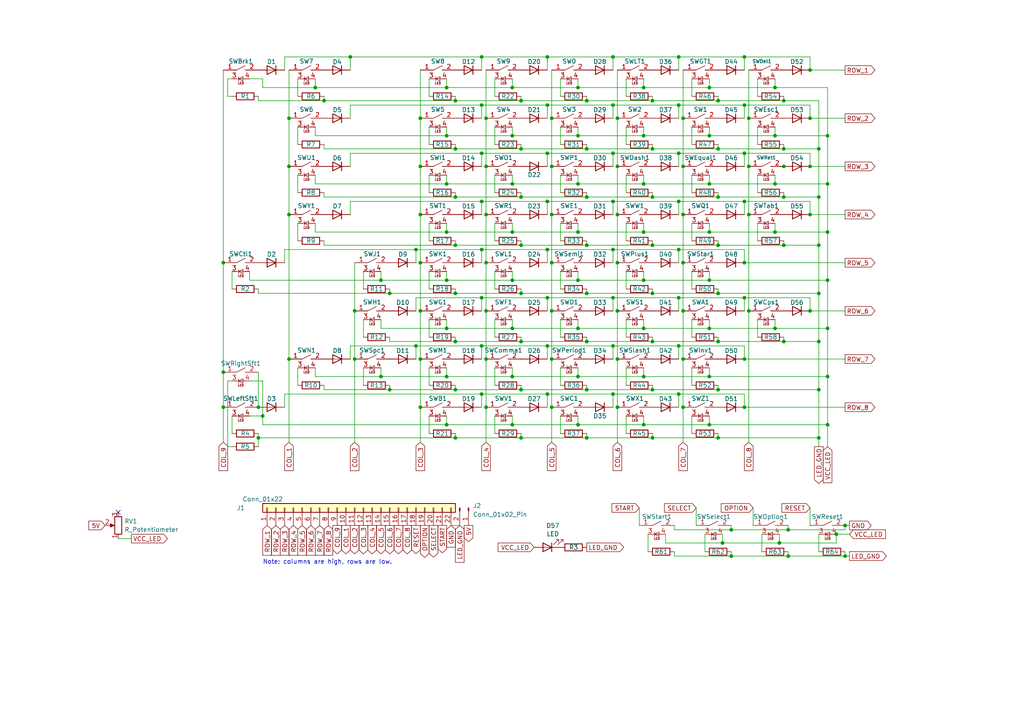
<source format=kicad_sch>
(kicad_sch (version 20231120) (generator "eeschema") (generator_version "8.0")
  (paper "A4")
  (title_block (title "Decent400 keyboard") (date "2023-11-14") (rev "1") (company "Decent Consulting"))
  (junction (at 240.03 53.34))
  (junction (at 245.11 161.29))
  (junction (at 170.18 85.09))
  (junction (at 196.85 30.48))
  (junction (at 120.65 100.33))
  (junction (at 140.97 118.11))
  (junction (at 196.85 16.51))
  (junction (at 208.28 29.21))
  (junction (at 215.9 58.42))
  (junction (at 179.07 90.17))
  (junction (at 110.49 81.28))
  (junction (at 151.13 29.21))
  (junction (at 121.92 118.11))
  (junction (at 179.07 118.11))
  (junction (at 242.57 154.94))
  (junction (at 208.28 43.18))
  (junction (at 196.85 44.45))
  (junction (at 189.23 85.09))
  (junction (at 186.69 67.31))
  (junction (at 217.17 34.29))
  (junction (at 140.97 90.17))
  (junction (at 158.75 100.33))
  (junction (at 240.03 95.25))
  (junction (at 158.75 30.48))
  (junction (at 121.92 48.26))
  (junction (at 186.69 81.28))
  (junction (at 196.85 86.36))
  (junction (at 132.08 85.09))
  (junction (at 234.95 48.26))
  (junction (at 83.82 34.29))
  (junction (at 240.03 67.31))
  (junction (at 215.9 118.11))
  (junction (at 217.17 90.17))
  (junction (at 129.54 53.34))
  (junction (at 234.95 90.17))
  (junction (at 129.54 39.37))
  (junction (at 198.12 34.29))
  (junction (at 148.59 95.25))
  (junction (at 170.18 99.06))
  (junction (at 186.69 123.19))
  (junction (at 179.07 104.14))
  (junction (at 205.74 25.4))
  (junction (at 228.6 153.67))
  (junction (at 129.54 67.31))
  (junction (at 224.79 39.37))
  (junction (at 158.75 44.45))
  (junction (at 205.74 67.31))
  (junction (at 227.33 57.15))
  (junction (at 224.79 95.25))
  (junction (at 151.13 57.15))
  (junction (at 189.23 29.21))
  (junction (at 170.18 127))
  (junction (at 189.23 113.03))
  (junction (at 177.8 114.3))
  (junction (at 93.98 29.21))
  (junction (at 113.03 113.03))
  (junction (at 101.6 16.51))
  (junction (at 224.79 25.4))
  (junction (at 132.08 57.15))
  (junction (at 160.02 48.26))
  (junction (at 177.8 16.51))
  (junction (at 160.02 34.29))
  (junction (at 198.12 76.2))
  (junction (at 237.49 71.12))
  (junction (at 139.7 44.45))
  (junction (at 139.7 30.48))
  (junction (at 212.09 153.67))
  (junction (at 132.08 99.06))
  (junction (at 224.79 67.31))
  (junction (at 167.64 95.25))
  (junction (at 167.64 25.4))
  (junction (at 170.18 43.18))
  (junction (at 158.75 16.51))
  (junction (at 132.08 43.18))
  (junction (at 113.03 85.09))
  (junction (at 64.77 118.11))
  (junction (at 205.74 95.25))
  (junction (at 240.03 109.22))
  (junction (at 215.9 76.2))
  (junction (at 140.97 76.2))
  (junction (at 160.02 62.23))
  (junction (at 237.49 113.03))
  (junction (at 186.69 53.34))
  (junction (at 237.49 57.15))
  (junction (at 132.08 29.21))
  (junction (at 227.33 71.12))
  (junction (at 234.95 62.23))
  (junction (at 189.23 127))
  (junction (at 83.82 62.23))
  (junction (at 186.69 39.37))
  (junction (at 215.9 86.36))
  (junction (at 217.17 48.26))
  (junction (at 208.28 127))
  (junction (at 148.59 25.4))
  (junction (at 151.13 71.12))
  (junction (at 196.85 114.3))
  (junction (at 151.13 85.09))
  (junction (at 237.49 85.09))
  (junction (at 132.08 127))
  (junction (at 129.54 95.25))
  (junction (at 186.69 25.4))
  (junction (at 227.33 99.06))
  (junction (at 179.07 62.23))
  (junction (at 140.97 104.14))
  (junction (at 167.64 53.34))
  (junction (at 121.92 104.14))
  (junction (at 215.9 16.51))
  (junction (at 139.7 114.3))
  (junction (at 121.92 62.23))
  (junction (at 196.85 58.42))
  (junction (at 140.97 34.29))
  (junction (at 208.28 113.03))
  (junction (at 170.18 57.15))
  (junction (at 151.13 43.18))
  (junction (at 148.59 53.34))
  (junction (at 196.85 100.33))
  (junction (at 245.11 152.4))
  (junction (at 240.03 81.28))
  (junction (at 110.49 109.22))
  (junction (at 160.02 76.2))
  (junction (at 240.03 39.37))
  (junction (at 227.33 29.21))
  (junction (at 140.97 48.26))
  (junction (at 167.64 109.22))
  (junction (at 212.09 161.29))
  (junction (at 148.59 123.19))
  (junction (at 158.75 72.39))
  (junction (at 234.95 34.29))
  (junction (at 177.8 72.39))
  (junction (at 237.49 43.18))
  (junction (at 151.13 99.06))
  (junction (at 129.54 123.19))
  (junction (at 120.65 72.39))
  (junction (at 158.75 86.36))
  (junction (at 208.28 85.09))
  (junction (at 132.08 113.03))
  (junction (at 217.17 62.23))
  (junction (at 189.23 99.06))
  (junction (at 129.54 25.4))
  (junction (at 215.9 30.48))
  (junction (at 177.8 100.33))
  (junction (at 205.74 39.37))
  (junction (at 205.74 123.19))
  (junction (at 198.12 118.11))
  (junction (at 83.82 48.26))
  (junction (at 132.08 71.12))
  (junction (at 186.69 109.22))
  (junction (at 198.12 90.17))
  (junction (at 189.23 43.18))
  (junction (at 102.87 90.17))
  (junction (at 179.07 34.29))
  (junction (at 227.33 43.18))
  (junction (at 148.59 39.37))
  (junction (at 205.74 109.22))
  (junction (at 209.55 157.48))
  (junction (at 186.69 95.25))
  (junction (at 167.64 39.37))
  (junction (at 215.9 44.45))
  (junction (at 121.92 90.17))
  (junction (at 177.8 58.42))
  (junction (at 189.23 71.12))
  (junction (at 121.92 34.29))
  (junction (at 226.06 157.48))
  (junction (at 129.54 81.28))
  (junction (at 205.74 81.28))
  (junction (at 160.02 118.11))
  (junction (at 148.59 81.28))
  (junction (at 170.18 113.03))
  (junction (at 179.07 48.26))
  (junction (at 121.92 76.2))
  (junction (at 240.03 123.19))
  (junction (at 198.12 48.26))
  (junction (at 179.07 76.2))
  (junction (at 167.64 67.31))
  (junction (at 208.28 71.12))
  (junction (at 83.82 104.14))
  (junction (at 198.12 104.14))
  (junction (at 64.77 76.2))
  (junction (at 148.59 109.22))
  (junction (at 139.7 58.42))
  (junction (at 167.64 81.28))
  (junction (at 224.79 53.34))
  (junction (at 64.77 107.95))
  (junction (at 234.95 20.32))
  (junction (at 151.13 113.03))
  (junction (at 227.33 48.26))
  (junction (at 74.93 118.11))
  (junction (at 91.44 25.4))
  (junction (at 228.6 161.29))
  (junction (at 139.7 16.51))
  (junction (at 158.75 58.42))
  (junction (at 198.12 62.23))
  (junction (at 140.97 62.23))
  (junction (at 148.59 67.31))
  (junction (at 139.7 72.39))
  (junction (at 158.75 114.3))
  (junction (at 129.54 109.22))
  (junction (at 139.7 86.36))
  (junction (at 139.7 100.33))
  (junction (at 205.74 53.34))
  (junction (at 170.18 29.21))
  (junction (at 177.8 30.48))
  (junction (at 208.28 57.15))
  (junction (at 151.13 127))
  (junction (at 215.9 104.14))
  (junction (at 170.18 71.12))
  (junction (at 160.02 90.17))
  (junction (at 177.8 86.36))
  (junction (at 76.2 120.65))
  (junction (at 160.02 104.14))
  (junction (at 189.23 57.15))
  (junction (at 74.93 127))
  (junction (at 102.87 104.14))
  (junction (at 237.49 99.06))
  (junction (at 208.28 99.06))
  (junction (at 196.85 72.39))
  (junction (at 237.49 127))
  (junction (at 177.8 44.45))
  (junction (at 167.64 123.19))
  (no_connect (at 34.29 148.59))
  (wire (pts (xy 240.03 123.19) (xy 240.03 129.54)))
  (wire (pts (xy 189.23 127) (xy 189.23 125.73)))
  (wire (pts (xy 74.93 127) (xy 132.08 127)))
  (wire (pts (xy 205.74 81.28) (xy 240.03 81.28)))
  (wire (pts (xy 208.28 99.06) (xy 227.33 99.06)))
  (wire (pts (xy 93.98 43.18) (xy 93.98 41.91)))
  (wire (pts (xy 189.23 85.09) (xy 208.28 85.09)))
  (wire (pts (xy 162.56 50.8) (xy 162.56 55.88)))
  (wire (pts (xy 245.11 152.4) (xy 246.38 152.4)))
  (wire (pts (xy 208.28 43.18) (xy 208.28 41.91)))
  (wire (pts (xy 132.08 85.09) (xy 132.08 83.82)))
  (wire (pts (xy 167.64 109.22) (xy 167.64 106.68)))
  (wire (pts (xy 186.69 78.74) (xy 186.69 81.28)))
  (wire (pts (xy 74.93 83.82) (xy 74.93 85.09)))
  (wire (pts (xy 160.02 90.17) (xy 160.02 104.14)))
  (wire (pts (xy 151.13 43.18) (xy 170.18 43.18)))
  (wire (pts (xy 226.06 48.26) (xy 227.33 48.26)))
  (wire (pts (xy 132.08 99.06) (xy 113.03 99.06)))
  (wire (pts (xy 189.23 85.09) (xy 170.18 85.09)))
  (wire (pts (xy 227.33 29.21) (xy 237.49 29.21)))
  (wire (pts (xy 140.97 118.11) (xy 140.97 128.27)))
  (wire (pts (xy 86.36 106.68) (xy 86.36 111.76)))
  (wire (pts (xy 167.64 81.28) (xy 148.59 81.28)))
  (wire (pts (xy 212.09 153.67) (xy 228.6 153.67)))
  (wire (pts (xy 196.85 86.36) (xy 196.85 90.17)))
  (wire (pts (xy 143.51 106.68) (xy 143.51 111.76)))
  (wire (pts (xy 72.39 120.65) (xy 76.2 120.65)))
  (wire (pts (xy 140.97 90.17) (xy 140.97 104.14)))
  (wire (pts (xy 158.75 16.51) (xy 177.8 16.51)))
  (wire (pts (xy 224.79 67.31) (xy 224.79 64.77)))
  (wire (pts (xy 148.59 67.31) (xy 129.54 67.31)))
  (wire (pts (xy 162.56 36.83) (xy 162.56 41.91)))
  (wire (pts (xy 186.69 53.34) (xy 186.69 50.8)))
  (wire (pts (xy 64.77 76.2) (xy 64.77 107.95)))
  (wire (pts (xy 64.77 20.32) (xy 64.77 76.2)))
  (wire (pts (xy 143.51 36.83) (xy 143.51 41.91)))
  (wire (pts (xy 237.49 71.12) (xy 237.49 85.09)))
  (wire (pts (xy 177.8 114.3) (xy 196.85 114.3)))
  (wire (pts (xy 34.29 156.21) (xy 38.1 156.21)))
  (wire (pts (xy 186.69 81.28) (xy 167.64 81.28)))
  (wire (pts (xy 189.23 57.15) (xy 208.28 57.15)))
  (wire (pts (xy 205.74 67.31) (xy 205.74 64.77)))
  (wire (pts (xy 66.04 129.54) (xy 67.31 129.54)))
  (wire (pts (xy 143.51 50.8) (xy 143.51 55.88)))
  (wire (pts (xy 186.69 81.28) (xy 205.74 81.28)))
  (wire (pts (xy 121.92 62.23) (xy 121.92 76.2)))
  (wire (pts (xy 189.23 113.03) (xy 170.18 113.03)))
  (wire (pts (xy 196.85 114.3) (xy 215.9 114.3)))
  (wire (pts (xy 132.08 85.09) (xy 113.03 85.09)))
  (wire (pts (xy 167.64 25.4) (xy 167.64 22.86)))
  (wire (pts (xy 129.54 109.22) (xy 110.49 109.22)))
  (wire (pts (xy 189.23 71.12) (xy 208.28 71.12)))
  (wire (pts (xy 170.18 29.21) (xy 151.13 29.21)))
  (wire (pts (xy 189.23 43.18) (xy 189.23 41.91)))
  (wire (pts (xy 160.02 48.26) (xy 160.02 62.23)))
  (wire (pts (xy 83.82 34.29) (xy 83.82 48.26)))
  (wire (pts (xy 167.64 123.19) (xy 167.64 120.65)))
  (wire (pts (xy 167.64 53.34) (xy 167.64 50.8)))
  (wire (pts (xy 91.44 25.4) (xy 91.44 22.86)))
  (wire (pts (xy 120.65 86.36) (xy 139.7 86.36)))
  (wire (pts (xy 132.08 99.06) (xy 132.08 97.79)))
  (wire (pts (xy 242.57 154.94) (xy 246.38 154.94)))
  (wire (pts (xy 189.23 99.06) (xy 208.28 99.06)))
  (wire (pts (xy 205.74 95.25) (xy 224.79 95.25)))
  (wire (pts (xy 102.87 76.2) (xy 102.87 90.17)))
  (wire (pts (xy 186.69 67.31) (xy 167.64 67.31)))
  (wire (pts (xy 245.11 153.67) (xy 228.6 153.67)))
  (wire (pts (xy 113.03 85.09) (xy 113.03 83.82)))
  (wire (pts (xy 158.75 30.48) (xy 177.8 30.48)))
  (wire (pts (xy 82.55 20.32) (xy 82.55 16.51)))
  (wire (pts (xy 205.74 78.74) (xy 205.74 81.28)))
  (wire (pts (xy 179.07 104.14) (xy 179.07 118.11)))
  (wire (pts (xy 93.98 55.88) (xy 93.98 57.15)))
  (wire (pts (xy 139.7 72.39) (xy 158.75 72.39)))
  (wire (pts (xy 132.08 127) (xy 132.08 125.73)))
  (wire (pts (xy 189.23 69.85) (xy 189.23 71.12)))
  (wire (pts (xy 139.7 86.36) (xy 158.75 86.36)))
  (wire (pts (xy 124.46 22.86) (xy 124.46 27.94)))
  (wire (pts (xy 160.02 104.14) (xy 160.02 118.11)))
  (wire (pts (xy 129.54 25.4) (xy 129.54 22.86)))
  (wire (pts (xy 158.75 100.33) (xy 158.75 104.14)))
  (wire (pts (xy 170.18 71.12) (xy 151.13 71.12)))
  (wire (pts (xy 101.6 34.29) (xy 101.6 30.48)))
  (wire (pts (xy 130.81 152.4) (xy 133.35 152.4)))
  (wire (pts (xy 66.04 27.94) (xy 67.31 27.94)))
  (wire (pts (xy 208.28 127) (xy 189.23 127)))
  (wire (pts (xy 74.93 85.09) (xy 113.03 85.09)))
  (wire (pts (xy 148.59 67.31) (xy 148.59 64.77)))
  (wire (pts (xy 189.23 127) (xy 170.18 127)))
  (wire (pts (xy 227.33 71.12) (xy 227.33 69.85)))
  (wire (pts (xy 143.51 22.86) (xy 143.51 27.94)))
  (wire (pts (xy 113.03 99.06) (xy 113.03 97.79)))
  (wire (pts (xy 160.02 20.32) (xy 160.02 34.29)))
  (wire (pts (xy 140.97 104.14) (xy 140.97 118.11)))
  (wire (pts (xy 101.6 100.33) (xy 120.65 100.33)))
  (wire (pts (xy 196.85 44.45) (xy 215.9 44.45)))
  (wire (pts (xy 158.75 58.42) (xy 177.8 58.42)))
  (wire (pts (xy 208.28 57.15) (xy 208.28 55.88)))
  (wire (pts (xy 76.2 123.19) (xy 129.54 123.19)))
  (wire (pts (xy 240.03 25.4) (xy 240.03 39.37)))
  (wire (pts (xy 195.58 153.67) (xy 212.09 153.67)))
  (wire (pts (xy 148.59 25.4) (xy 129.54 25.4)))
  (wire (pts (xy 167.64 67.31) (xy 167.64 64.77)))
  (wire (pts (xy 234.95 62.23) (xy 245.11 62.23)))
  (wire (pts (xy 158.75 58.42) (xy 158.75 62.23)))
  (wire (pts (xy 162.56 64.77) (xy 162.56 69.85)))
  (wire (pts (xy 208.28 127) (xy 237.49 127)))
  (wire (pts (xy 205.74 67.31) (xy 224.79 67.31)))
  (wire (pts (xy 237.49 57.15) (xy 237.49 71.12)))
  (wire (pts (xy 129.54 81.28) (xy 129.54 78.74)))
  (wire (pts (xy 217.17 48.26) (xy 217.17 62.23)))
  (wire (pts (xy 91.44 53.34) (xy 91.44 50.8)))
  (wire (pts (xy 74.93 125.73) (xy 74.93 127)))
  (wire (pts (xy 186.69 95.25) (xy 167.64 95.25)))
  (wire (pts (xy 186.69 109.22) (xy 186.69 106.68)))
  (wire (pts (xy 151.13 85.09) (xy 151.13 83.82)))
  (wire (pts (xy 224.79 25.4) (xy 224.79 22.86)))
  (wire (pts (xy 177.8 86.36) (xy 177.8 90.17)))
  (wire (pts (xy 139.7 86.36) (xy 139.7 90.17)))
  (wire (pts (xy 200.66 36.83) (xy 200.66 41.91)))
  (wire (pts (xy 132.08 71.12) (xy 93.98 71.12)))
  (wire (pts (xy 209.55 157.48) (xy 226.06 157.48)))
  (wire (pts (xy 148.59 53.34) (xy 148.59 50.8)))
  (wire (pts (xy 196.85 58.42) (xy 215.9 58.42)))
  (wire (pts (xy 198.12 90.17) (xy 198.12 104.14)))
  (wire (pts (xy 158.75 72.39) (xy 177.8 72.39)))
  (wire (pts (xy 234.95 44.45) (xy 234.95 48.26)))
  (wire (pts (xy 83.82 20.32) (xy 83.82 34.29)))
  (wire (pts (xy 93.98 113.03) (xy 93.98 111.76)))
  (wire (pts (xy 151.13 113.03) (xy 151.13 111.76)))
  (wire (pts (xy 162.56 106.68) (xy 162.56 111.76)))
  (wire (pts (xy 215.9 16.51) (xy 215.9 20.32)))
  (wire (pts (xy 120.65 90.17) (xy 120.65 86.36)))
  (wire (pts (xy 167.64 109.22) (xy 148.59 109.22)))
  (wire (pts (xy 224.79 95.25) (xy 240.03 95.25)))
  (wire (pts (xy 121.92 34.29) (xy 121.92 48.26)))
  (wire (pts (xy 196.85 30.48) (xy 215.9 30.48)))
  (wire (pts (xy 170.18 43.18) (xy 189.23 43.18)))
  (wire (pts (xy 208.28 111.76) (xy 208.28 113.03)))
  (wire (pts (xy 167.64 67.31) (xy 148.59 67.31)))
  (wire (pts (xy 67.31 22.86) (xy 66.04 22.86)))
  (wire (pts (xy 148.59 39.37) (xy 148.59 36.83)))
  (wire (pts (xy 162.56 22.86) (xy 162.56 27.94)))
  (wire (pts (xy 82.55 118.11) (xy 82.55 114.3)))
  (wire (pts (xy 151.13 29.21) (xy 151.13 27.94)))
  (wire (pts (xy 66.04 22.86) (xy 66.04 27.94)))
  (wire (pts (xy 224.79 25.4) (xy 205.74 25.4)))
  (wire (pts (xy 158.75 114.3) (xy 158.75 118.11)))
  (wire (pts (xy 224.79 53.34) (xy 224.79 50.8)))
  (wire (pts (xy 187.96 154.94) (xy 187.96 160.02)))
  (wire (pts (xy 205.74 123.19) (xy 186.69 123.19)))
  (wire (pts (xy 205.74 53.34) (xy 186.69 53.34)))
  (wire (pts (xy 205.74 36.83) (xy 205.74 39.37)))
  (wire (pts (xy 139.7 100.33) (xy 158.75 100.33)))
  (wire (pts (xy 124.46 106.68) (xy 124.46 111.76)))
  (wire (pts (xy 158.75 86.36) (xy 177.8 86.36)))
  (wire (pts (xy 234.95 90.17) (xy 245.11 90.17)))
  (wire (pts (xy 234.95 30.48) (xy 234.95 34.29)))
  (wire (pts (xy 143.51 120.65) (xy 143.51 125.73)))
  (wire (pts (xy 215.9 16.51) (xy 234.95 16.51)))
  (wire (pts (xy 237.49 154.94) (xy 237.49 160.02)))
  (wire (pts (xy 160.02 76.2) (xy 160.02 90.17)))
  (wire (pts (xy 228.6 161.29) (xy 228.6 160.02)))
  (wire (pts (xy 151.13 99.06) (xy 132.08 99.06)))
  (wire (pts (xy 139.7 100.33) (xy 139.7 104.14)))
  (wire (pts (xy 245.11 152.4) (xy 245.11 153.67)))
  (wire (pts (xy 186.69 92.71) (xy 186.69 95.25)))
  (wire (pts (xy 83.82 48.26) (xy 83.82 62.23)))
  (wire (pts (xy 189.23 29.21) (xy 208.28 29.21)))
  (wire (pts (xy 121.92 90.17) (xy 121.92 104.14)))
  (wire (pts (xy 105.41 106.68) (xy 105.41 111.76)))
  (wire (pts (xy 234.95 58.42) (xy 234.95 62.23)))
  (wire (pts (xy 196.85 114.3) (xy 196.85 118.11)))
  (wire (pts (xy 139.7 30.48) (xy 158.75 30.48)))
  (wire (pts (xy 129.54 95.25) (xy 129.54 92.71)))
  (wire (pts (xy 189.23 43.18) (xy 208.28 43.18)))
  (wire (pts (xy 132.08 43.18) (xy 93.98 43.18)))
  (wire (pts (xy 179.07 62.23) (xy 179.07 76.2)))
  (wire (pts (xy 132.08 71.12) (xy 132.08 69.85)))
  (wire (pts (xy 67.31 120.65) (xy 67.31 125.73)))
  (wire (pts (xy 151.13 41.91) (xy 151.13 43.18)))
  (wire (pts (xy 177.8 86.36) (xy 196.85 86.36)))
  (wire (pts (xy 219.71 50.8) (xy 219.71 55.88)))
  (wire (pts (xy 151.13 43.18) (xy 132.08 43.18)))
  (wire (pts (xy 186.69 123.19) (xy 186.69 120.65)))
  (wire (pts (xy 205.74 109.22) (xy 186.69 109.22)))
  (wire (pts (xy 101.6 58.42) (xy 139.7 58.42)))
  (wire (pts (xy 208.28 97.79) (xy 208.28 99.06)))
  (wire (pts (xy 234.95 48.26) (xy 245.11 48.26)))
  (wire (pts (xy 186.69 39.37) (xy 186.69 36.83)))
  (wire (pts (xy 179.07 20.32) (xy 179.07 34.29)))
  (wire (pts (xy 120.65 100.33) (xy 139.7 100.33)))
  (wire (pts (xy 148.59 53.34) (xy 129.54 53.34)))
  (wire (pts (xy 215.9 114.3) (xy 215.9 118.11)))
  (wire (pts (xy 242.57 157.48) (xy 242.57 154.94)))
  (wire (pts (xy 67.31 110.49) (xy 66.04 110.49)))
  (wire (pts (xy 121.92 20.32) (xy 121.92 34.29)))
  (wire (pts (xy 129.54 123.19) (xy 129.54 120.65)))
  (wire (pts (xy 237.49 43.18) (xy 237.49 57.15)))
  (wire (pts (xy 151.13 127) (xy 151.13 125.73)))
  (wire (pts (xy 151.13 71.12) (xy 132.08 71.12)))
  (wire (pts (xy 105.41 92.71) (xy 105.41 97.79)))
  (wire (pts (xy 167.64 39.37) (xy 167.64 36.83)))
  (wire (pts (xy 227.33 41.91) (xy 227.33 43.18)))
  (wire (pts (xy 224.79 39.37) (xy 224.79 36.83)))
  (wire (pts (xy 151.13 57.15) (xy 170.18 57.15)))
  (wire (pts (xy 124.46 92.71) (xy 124.46 97.79)))
  (wire (pts (xy 177.8 16.51) (xy 196.85 16.51)))
  (wire (pts (xy 177.8 114.3) (xy 177.8 118.11)))
  (wire (pts (xy 160.02 118.11) (xy 160.02 128.27)))
  (wire (pts (xy 140.97 48.26) (xy 140.97 62.23)))
  (wire (pts (xy 139.7 114.3) (xy 139.7 118.11)))
  (wire (pts (xy 208.28 29.21) (xy 227.33 29.21)))
  (wire (pts (xy 170.18 113.03) (xy 170.18 111.76)))
  (wire (pts (xy 234.95 20.32) (xy 245.11 20.32)))
  (wire (pts (xy 158.75 114.3) (xy 177.8 114.3)))
  (wire (pts (xy 193.04 157.48) (xy 209.55 157.48)))
  (wire (pts (xy 158.75 100.33) (xy 177.8 100.33)))
  (wire (pts (xy 129.54 53.34) (xy 129.54 50.8)))
  (wire (pts (xy 151.13 29.21) (xy 132.08 29.21)))
  (wire (pts (xy 140.97 20.32) (xy 140.97 34.29)))
  (wire (pts (xy 186.69 25.4) (xy 167.64 25.4)))
  (wire (pts (xy 120.65 100.33) (xy 120.65 104.14)))
  (wire (pts (xy 110.49 95.25) (xy 110.49 92.71)))
  (wire (pts (xy 179.07 76.2) (xy 179.07 90.17)))
  (wire (pts (xy 217.17 34.29) (xy 217.17 48.26)))
  (wire (pts (xy 208.28 127) (xy 208.28 125.73)))
  (wire (pts (xy 181.61 120.65) (xy 181.61 125.73)))
  (wire (pts (xy 86.36 22.86) (xy 86.36 27.94)))
  (wire (pts (xy 139.7 16.51) (xy 158.75 16.51)))
  (wire (pts (xy 132.08 57.15) (xy 151.13 57.15)))
  (wire (pts (xy 177.8 100.33) (xy 196.85 100.33)))
  (wire (pts (xy 234.95 86.36) (xy 234.95 90.17)))
  (wire (pts (xy 208.28 71.12) (xy 227.33 71.12)))
  (wire (pts (xy 212.09 161.29) (xy 212.09 160.02)))
  (wire (pts (xy 177.8 72.39) (xy 177.8 76.2)))
  (wire (pts (xy 148.59 109.22) (xy 129.54 109.22)))
  (wire (pts (xy 143.51 64.77) (xy 143.51 69.85)))
  (wire (pts (xy 101.6 62.23) (xy 101.6 58.42)))
  (wire (pts (xy 186.69 25.4) (xy 186.69 22.86)))
  (wire (pts (xy 198.12 20.32) (xy 198.12 34.29)))
  (wire (pts (xy 240.03 67.31) (xy 240.03 81.28)))
  (wire (pts (xy 201.93 147.32) (xy 201.93 152.4)))
  (wire (pts (xy 162.56 78.74) (xy 162.56 83.82)))
  (wire (pts (xy 82.55 76.2) (xy 82.55 72.39)))
  (wire (pts (xy 167.64 25.4) (xy 148.59 25.4)))
  (wire (pts (xy 170.18 57.15) (xy 189.23 57.15)))
  (wire (pts (xy 93.98 29.21) (xy 132.08 29.21)))
  (wire (pts (xy 129.54 109.22) (xy 129.54 106.68)))
  (wire (pts (xy 204.47 154.94) (xy 204.47 160.02)))
  (wire (pts (xy 91.44 109.22) (xy 91.44 106.68)))
  (wire (pts (xy 82.55 16.51) (xy 101.6 16.51)))
  (wire (pts (xy 91.44 25.4) (xy 129.54 25.4)))
  (wire (pts (xy 72.39 110.49) (xy 76.2 110.49)))
  (wire (pts (xy 139.7 44.45) (xy 158.75 44.45)))
  (wire (pts (xy 151.13 57.15) (xy 151.13 55.88)))
  (wire (pts (xy 219.71 22.86) (xy 219.71 27.94)))
  (wire (pts (xy 82.55 72.39) (xy 120.65 72.39)))
  (wire (pts (xy 177.8 30.48) (xy 177.8 34.29)))
  (wire (pts (xy 208.28 71.12) (xy 208.28 69.85)))
  (wire (pts (xy 74.93 27.94) (xy 74.93 29.21)))
  (wire (pts (xy 170.18 99.06) (xy 151.13 99.06)))
  (wire (pts (xy 217.17 20.32) (xy 217.17 34.29)))
  (wire (pts (xy 148.59 25.4) (xy 148.59 22.86)))
  (wire (pts (xy 148.59 81.28) (xy 148.59 78.74)))
  (wire (pts (xy 167.64 81.28) (xy 167.64 78.74)))
  (wire (pts (xy 208.28 83.82) (xy 208.28 85.09)))
  (wire (pts (xy 170.18 57.15) (xy 170.18 55.88)))
  (wire (pts (xy 200.66 22.86) (xy 200.66 27.94)))
  (wire (pts (xy 139.7 114.3) (xy 158.75 114.3)))
  (wire (pts (xy 198.12 62.23) (xy 198.12 76.2)))
  (wire (pts (xy 151.13 127) (xy 132.08 127)))
  (wire (pts (xy 208.28 113.03) (xy 237.49 113.03)))
  (wire (pts (xy 189.23 27.94) (xy 189.23 29.21)))
  (wire (pts (xy 227.33 43.18) (xy 208.28 43.18)))
  (wire (pts (xy 198.12 76.2) (xy 198.12 90.17)))
  (wire (pts (xy 200.66 106.68) (xy 200.66 111.76)))
  (wire (pts (xy 186.69 64.77) (xy 186.69 67.31)))
  (wire (pts (xy 215.9 30.48) (xy 215.9 34.29)))
  (wire (pts (xy 217.17 90.17) (xy 217.17 128.27)))
  (wire (pts (xy 72.39 78.74) (xy 72.39 81.28)))
  (wire (pts (xy 237.49 29.21) (xy 237.49 43.18)))
  (wire (pts (xy 212.09 152.4) (xy 212.09 153.67)))
  (wire (pts (xy 148.59 39.37) (xy 129.54 39.37)))
  (wire (pts (xy 186.69 95.25) (xy 205.74 95.25)))
  (wire (pts (xy 121.92 48.26) (xy 121.92 62.23)))
  (wire (pts (xy 215.9 58.42) (xy 215.9 62.23)))
  (wire (pts (xy 186.69 123.19) (xy 167.64 123.19)))
  (wire (pts (xy 129.54 67.31) (xy 129.54 64.77)))
  (wire (pts (xy 198.12 48.26) (xy 198.12 62.23)))
  (wire (pts (xy 148.59 123.19) (xy 148.59 120.65)))
  (wire (pts (xy 83.82 62.23) (xy 83.82 104.14)))
  (wire (pts (xy 205.74 92.71) (xy 205.74 95.25)))
  (wire (pts (xy 219.71 64.77) (xy 219.71 69.85)))
  (wire (pts (xy 177.8 58.42) (xy 177.8 62.23)))
  (wire (pts (xy 196.85 72.39) (xy 196.85 76.2)))
  (wire (pts (xy 160.02 34.29) (xy 160.02 48.26)))
  (wire (pts (xy 113.03 113.03) (xy 93.98 113.03)))
  (wire (pts (xy 186.69 109.22) (xy 167.64 109.22)))
  (wire (pts (xy 189.23 97.79) (xy 189.23 99.06)))
  (wire (pts (xy 196.85 72.39) (xy 215.9 72.39)))
  (wire (pts (xy 177.8 44.45) (xy 177.8 48.26)))
  (wire (pts (xy 189.23 99.06) (xy 170.18 99.06)))
  (wire (pts (xy 177.8 72.39) (xy 196.85 72.39)))
  (wire (pts (xy 181.61 64.77) (xy 181.61 69.85)))
  (wire (pts (xy 140.97 76.2) (xy 140.97 90.17)))
  (wire (pts (xy 224.79 39.37) (xy 240.03 39.37)))
  (wire (pts (xy 186.69 67.31) (xy 205.74 67.31)))
  (wire (pts (xy 64.77 118.11) (xy 64.77 128.27)))
  (wire (pts (xy 186.69 53.34) (xy 167.64 53.34)))
  (wire (pts (xy 143.51 78.74) (xy 143.51 83.82)))
  (wire (pts (xy 167.64 123.19) (xy 148.59 123.19)))
  (wire (pts (xy 101.6 48.26) (xy 101.6 44.45)))
  (wire (pts (xy 177.8 44.45) (xy 196.85 44.45)))
  (wire (pts (xy 140.97 34.29) (xy 140.97 48.26)))
  (wire (pts (xy 167.64 95.25) (xy 148.59 95.25)))
  (wire (pts (xy 234.95 16.51) (xy 234.95 20.32)))
  (wire (pts (xy 151.13 99.06) (xy 151.13 97.79)))
  (wire (pts (xy 74.93 127) (xy 74.93 129.54)))
  (wire (pts (xy 121.92 118.11) (xy 121.92 128.27)))
  (wire (pts (xy 110.49 109.22) (xy 91.44 109.22)))
  (wire (pts (xy 181.61 22.86) (xy 181.61 27.94)))
  (wire (pts (xy 74.93 29.21) (xy 93.98 29.21)))
  (wire (pts (xy 215.9 100.33) (xy 215.9 104.14)))
  (wire (pts (xy 179.07 118.11) (xy 179.07 128.27)))
  (wire (pts (xy 148.59 109.22) (xy 148.59 106.68)))
  (wire (pts (xy 91.44 39.37) (xy 91.44 36.83)))
  (wire (pts (xy 217.17 62.23) (xy 217.17 90.17)))
  (wire (pts (xy 227.33 43.18) (xy 237.49 43.18)))
  (wire (pts (xy 186.69 39.37) (xy 167.64 39.37)))
  (wire (pts (xy 196.85 44.45) (xy 196.85 48.26)))
  (wire (pts (xy 158.75 30.48) (xy 158.75 34.29)))
  (wire (pts (xy 208.28 29.21) (xy 208.28 27.94)))
  (wire (pts (xy 101.6 104.14) (xy 101.6 100.33)))
  (wire (pts (xy 124.46 120.65) (xy 124.46 125.73)))
  (wire (pts (xy 113.03 113.03) (xy 113.03 111.76)))
  (wire (pts (xy 228.6 153.67) (xy 228.6 152.4)))
  (wire (pts (xy 234.95 34.29) (xy 245.11 34.29)))
  (wire (pts (xy 102.87 90.17) (xy 102.87 104.14)))
  (wire (pts (xy 132.08 43.18) (xy 132.08 41.91)))
  (wire (pts (xy 177.8 30.48) (xy 196.85 30.48)))
  (wire (pts (xy 200.66 120.65) (xy 200.66 125.73)))
  (wire (pts (xy 101.6 16.51) (xy 139.7 16.51)))
  (wire (pts (xy 205.74 39.37) (xy 224.79 39.37)))
  (wire (pts (xy 179.07 48.26) (xy 179.07 62.23)))
  (wire (pts (xy 220.98 154.94) (xy 220.98 160.02)))
  (wire (pts (xy 132.08 113.03) (xy 113.03 113.03)))
  (wire (pts (xy 91.44 67.31) (xy 91.44 64.77)))
  (wire (pts (xy 121.92 104.14) (xy 121.92 118.11)))
  (wire (pts (xy 170.18 85.09) (xy 170.18 83.82)))
  (wire (pts (xy 76.2 25.4) (xy 91.44 25.4)))
  (wire (pts (xy 215.9 76.2) (xy 245.11 76.2)))
  (wire (pts (xy 170.18 127) (xy 170.18 125.73)))
  (wire (pts (xy 120.65 72.39) (xy 139.7 72.39)))
  (wire (pts (xy 181.61 36.83) (xy 181.61 41.91)))
  (wire (pts (xy 93.98 71.12) (xy 93.98 69.85)))
  (wire (pts (xy 158.75 86.36) (xy 158.75 90.17)))
  (wire (pts (xy 170.18 127) (xy 151.13 127)))
  (wire (pts (xy 215.9 86.36) (xy 215.9 90.17)))
  (wire (pts (xy 200.66 50.8) (xy 200.66 55.88)))
  (wire (pts (xy 189.23 71.12) (xy 170.18 71.12)))
  (wire (pts (xy 170.18 29.21) (xy 189.23 29.21)))
  (wire (pts (xy 148.59 95.25) (xy 148.59 92.71)))
  (wire (pts (xy 139.7 16.51) (xy 139.7 20.32)))
  (wire (pts (xy 74.93 107.95) (xy 74.93 118.11)))
  (wire (pts (xy 215.9 44.45) (xy 215.9 48.26)))
  (wire (pts (xy 139.7 72.39) (xy 139.7 76.2)))
  (wire (pts (xy 139.7 58.42) (xy 139.7 62.23)))
  (wire (pts (xy 148.59 95.25) (xy 129.54 95.25)))
  (wire (pts (xy 196.85 58.42) (xy 196.85 62.23)))
  (wire (pts (xy 170.18 99.06) (xy 170.18 97.79)))
  (wire (pts (xy 179.07 90.17) (xy 179.07 104.14)))
  (wire (pts (xy 93.98 29.21) (xy 93.98 27.94)))
  (wire (pts (xy 219.71 36.83) (xy 219.71 41.91)))
  (wire (pts (xy 189.23 57.15) (xy 189.23 55.88)))
  (wire (pts (xy 205.74 53.34) (xy 224.79 53.34)))
  (wire (pts (xy 240.03 81.28) (xy 240.03 95.25)))
  (wire (pts (xy 189.23 111.76) (xy 189.23 113.03)))
  (wire (pts (xy 237.49 127) (xy 237.49 129.54)))
  (wire (pts (xy 179.07 34.29) (xy 179.07 48.26)))
  (wire (pts (xy 245.11 161.29) (xy 246.38 161.29)))
  (wire (pts (xy 245.11 160.02) (xy 245.11 161.29)))
  (wire (pts (xy 167.64 95.25) (xy 167.64 92.71)))
  (wire (pts (xy 162.56 92.71) (xy 162.56 97.79)))
  (wire (pts (xy 102.87 104.14) (xy 102.87 128.27)))
  (wire (pts (xy 132.08 57.15) (xy 132.08 55.88)))
  (wire (pts (xy 82.55 114.3) (xy 139.7 114.3)))
  (wire (pts (xy 215.9 118.11) (xy 245.11 118.11)))
  (wire (pts (xy 196.85 100.33) (xy 215.9 100.33)))
  (wire (pts (xy 129.54 95.25) (xy 110.49 95.25)))
  (wire (pts (xy 224.79 95.25) (xy 224.79 92.71)))
  (wire (pts (xy 132.08 29.21) (xy 132.08 27.94)))
  (wire (pts (xy 208.28 57.15) (xy 227.33 57.15)))
  (wire (pts (xy 205.74 53.34) (xy 205.74 50.8)))
  (wire (pts (xy 215.9 58.42) (xy 234.95 58.42)))
  (wire (pts (xy 219.71 92.71) (xy 219.71 97.79)))
  (wire (pts (xy 226.06 154.94) (xy 226.06 157.48)))
  (wire (pts (xy 200.66 64.77) (xy 200.66 69.85)))
  (wire (pts (xy 181.61 92.71) (xy 181.61 97.79)))
  (wire (pts (xy 158.75 44.45) (xy 158.75 48.26)))
  (wire (pts (xy 110.49 109.22) (xy 110.49 106.68)))
  (wire (pts (xy 177.8 16.51) (xy 177.8 20.32)))
  (wire (pts (xy 205.74 123.19) (xy 205.74 120.65)))
  (wire (pts (xy 240.03 53.34) (xy 240.03 67.31)))
  (wire (pts (xy 177.8 100.33) (xy 177.8 104.14)))
  (wire (pts (xy 167.64 53.34) (xy 148.59 53.34)))
  (wire (pts (xy 101.6 16.51) (xy 101.6 20.32)))
  (wire (pts (xy 170.18 71.12) (xy 170.18 69.85)))
  (wire (pts (xy 237.49 113.03) (xy 237.49 127)))
  (wire (pts (xy 228.6 161.29) (xy 212.09 161.29)))
  (wire (pts (xy 185.42 147.32) (xy 185.42 152.4)))
  (wire (pts (xy 209.55 154.94) (xy 209.55 157.48)))
  (wire (pts (xy 139.7 30.48) (xy 139.7 34.29)))
  (wire (pts (xy 139.7 44.45) (xy 139.7 48.26)))
  (wire (pts (xy 189.23 83.82) (xy 189.23 85.09)))
  (wire (pts (xy 162.56 120.65) (xy 162.56 125.73)))
  (wire (pts (xy 139.7 58.42) (xy 158.75 58.42)))
  (wire (pts (xy 140.97 62.23) (xy 140.97 76.2)))
  (wire (pts (xy 177.8 58.42) (xy 196.85 58.42)))
  (wire (pts (xy 218.44 147.32) (xy 218.44 152.4)))
  (wire (pts (xy 129.54 67.31) (xy 91.44 67.31)))
  (wire (pts (xy 196.85 16.51) (xy 215.9 16.51)))
  (wire (pts (xy 105.41 78.74) (xy 105.41 83.82)))
  (wire (pts (xy 200.66 92.71) (xy 200.66 97.79)))
  (wire (pts (xy 158.75 16.51) (xy 158.75 20.32)))
  (wire (pts (xy 224.79 53.34) (xy 240.03 53.34)))
  (wire (pts (xy 215.9 86.36) (xy 234.95 86.36)))
  (wire (pts (xy 181.61 106.68) (xy 181.61 111.76)))
  (wire (pts (xy 67.31 78.74) (xy 67.31 83.82)))
  (wire (pts (xy 226.06 157.48) (xy 242.57 157.48)))
  (wire (pts (xy 212.09 161.29) (xy 195.58 161.29)))
  (wire (pts (xy 224.79 25.4) (xy 240.03 25.4)))
  (wire (pts (xy 227.33 29.21) (xy 227.33 27.94)))
  (wire (pts (xy 129.54 53.34) (xy 91.44 53.34)))
  (wire (pts (xy 189.23 113.03) (xy 208.28 113.03)))
  (wire (pts (xy 76.2 120.65) (xy 76.2 123.19)))
  (wire (pts (xy 196.85 30.48) (xy 196.85 34.29)))
  (wire (pts (xy 205.74 109.22) (xy 240.03 109.22)))
  (wire (pts (xy 240.03 39.37) (xy 240.03 53.34)))
  (wire (pts (xy 132.08 113.03) (xy 132.08 111.76)))
  (wire (pts (xy 205.74 25.4) (xy 205.74 22.86)))
  (wire (pts (xy 158.75 44.45) (xy 177.8 44.45)))
  (wire (pts (xy 86.36 50.8) (xy 86.36 55.88)))
  (wire (pts (xy 143.51 92.71) (xy 143.51 97.79)))
  (wire (pts (xy 237.49 85.09) (xy 237.49 99.06)))
  (wire (pts (xy 195.58 153.67) (xy 195.58 152.4)))
  (wire (pts (xy 198.12 104.14) (xy 198.12 118.11)))
  (wire (pts (xy 124.46 64.77) (xy 124.46 69.85)))
  (wire (pts (xy 193.04 154.94) (xy 193.04 157.48)))
  (wire (pts (xy 86.36 64.77) (xy 86.36 69.85)))
  (wire (pts (xy 208.28 85.09) (xy 237.49 85.09)))
  (wire (pts (xy 72.39 22.86) (xy 76.2 22.86)))
  (wire (pts (xy 215.9 72.39) (xy 215.9 76.2)))
  (wire (pts (xy 227.33 99.06) (xy 237.49 99.06)))
  (wire (pts (xy 181.61 50.8) (xy 181.61 55.88)))
  (wire (pts (xy 101.6 44.45) (xy 139.7 44.45)))
  (wire (pts (xy 240.03 109.22) (xy 240.03 123.19)))
  (wire (pts (xy 151.13 113.03) (xy 132.08 113.03)))
  (wire (pts (xy 124.46 50.8) (xy 124.46 55.88)))
  (wire (pts (xy 76.2 110.49) (xy 76.2 120.65)))
  (wire (pts (xy 227.33 57.15) (xy 237.49 57.15)))
  (wire (pts (xy 170.18 85.09) (xy 151.13 85.09)))
  (wire (pts (xy 93.98 57.15) (xy 132.08 57.15)))
  (wire (pts (xy 72.39 81.28) (xy 110.49 81.28)))
  (wire (pts (xy 196.85 100.33) (xy 196.85 104.14)))
  (wire (pts (xy 234.95 147.32) (xy 234.95 152.4)))
  (wire (pts (xy 170.18 43.18) (xy 170.18 41.91)))
  (wire (pts (xy 198.12 118.11) (xy 198.12 128.27)))
  (wire (pts (xy 129.54 39.37) (xy 129.54 36.83)))
  (wire (pts (xy 83.82 104.14) (xy 83.82 128.27)))
  (wire (pts (xy 167.64 39.37) (xy 148.59 39.37)))
  (wire (pts (xy 101.6 30.48) (xy 139.7 30.48)))
  (wire (pts (xy 245.11 161.29) (xy 228.6 161.29)))
  (wire (pts (xy 124.46 36.83) (xy 124.46 41.91)))
  (wire (pts (xy 227.33 99.06) (xy 227.33 97.79)))
  (wire (pts (xy 195.58 161.29) (xy 195.58 160.02)))
  (wire (pts (xy 120.65 72.39) (xy 120.65 76.2)))
  (wire (pts (xy 205.74 106.68) (xy 205.74 109.22)))
  (wire (pts (xy 196.85 86.36) (xy 215.9 86.36)))
  (wire (pts (xy 215.9 44.45) (xy 234.95 44.45)))
  (wire (pts (xy 215.9 30.48) (xy 234.95 30.48)))
  (wire (pts (xy 158.75 72.39) (xy 158.75 76.2)))
  (wire (pts (xy 227.33 57.15) (xy 227.33 55.88)))
  (wire (pts (xy 237.49 99.06) (xy 237.49 113.03)))
  (wire (pts (xy 110.49 81.28) (xy 110.49 78.74)))
  (wire (pts (xy 196.85 16.51) (xy 196.85 20.32)))
  (wire (pts (xy 124.46 78.74) (xy 124.46 83.82)))
  (wire (pts (xy 170.18 113.03) (xy 151.13 113.03)))
  (wire (pts (xy 148.59 123.19) (xy 129.54 123.19)))
  (wire (pts (xy 148.59 81.28) (xy 129.54 81.28)))
  (wire (pts (xy 151.13 71.12) (xy 151.13 69.85)))
  (wire (pts (xy 64.77 107.95) (xy 64.77 118.11)))
  (wire (pts (xy 86.36 36.83) (xy 86.36 41.91)))
  (wire (pts (xy 227.33 71.12) (xy 237.49 71.12)))
  (wire (pts (xy 151.13 85.09) (xy 132.08 85.09)))
  (wire (pts (xy 200.66 78.74) (xy 200.66 83.82)))
  (wire (pts (xy 129.54 81.28) (xy 110.49 81.28)))
  (wire (pts (xy 245.11 104.14) (xy 215.9 104.14)))
  (wire (pts (xy 181.61 78.74) (xy 181.61 83.82)))
  (wire (pts (xy 205.74 25.4) (xy 186.69 25.4)))
  (wire (pts (xy 160.02 62.23) (xy 160.02 76.2)))
  (wire (pts (xy 205.74 123.19) (xy 240.03 123.19)))
  (wire (pts (xy 76.2 25.4) (xy 76.2 22.86)))
  (wire (pts (xy 198.12 34.29) (xy 198.12 48.26)))
  (wire (pts (xy 205.74 39.37) (xy 186.69 39.37)))
  (wire (pts (xy 129.54 39.37) (xy 91.44 39.37)))
  (wire (pts (xy 224.79 67.31) (xy 240.03 67.31)))
  (wire (pts (xy 240.03 95.25) (xy 240.03 109.22)))
  (wire (pts (xy 170.18 27.94) (xy 170.18 29.21)))
  (wire (pts (xy 66.04 110.49) (xy 66.04 129.54)))
  (wire (pts (xy 121.92 76.2) (xy 121.92 90.17)))
  (text "Note: columns are high, rows are low." (at 76.2 163.83 0) (effects (font (size 1.27 1.27)) (justify left bottom)))
  (global_label "COL_6" (shape input) (at 179.07 128.27 270) (property "Intersheetrefs" "${INTERSHEET_REFS}" (effects (hide yes))))
  (global_label "ROW_2" (shape input) (at 80.01 152.4 270) (property "Intersheetrefs" "${INTERSHEET_REFS}" (effects (hide yes))))
  (global_label "GND" (shape output) (at 246.38 152.4 0) (property "Intersheetrefs" "${INTERSHEET_REFS}" (effects (hide yes))))
  (global_label "LED_GND" (shape output) (at 170.18 158.75 0) (property "Intersheetrefs" "${INTERSHEET_REFS}" (effects (hide yes))))
  (global_label "OPTION" (shape output) (at 123.19 152.4 270) (property "Intersheetrefs" "${INTERSHEET_REFS}" (effects (hide yes))))
  (global_label "ROW_4" (shape output) (at 245.11 62.23 0) (property "Intersheetrefs" "${INTERSHEET_REFS}" (effects (hide yes))))
  (global_label "RESET" (shape output) (at 120.65 152.4 270) (property "Intersheetrefs" "${INTERSHEET_REFS}" (effects (hide yes))))
  (global_label "COL_7" (shape input) (at 198.12 128.27 270) (property "Intersheetrefs" "${INTERSHEET_REFS}" (effects (hide yes))))
  (global_label "ROW_6" (shape input) (at 90.17 152.4 270) (property "Intersheetrefs" "${INTERSHEET_REFS}" (effects (hide yes))))
  (global_label "VCC_LED" (shape input) (at 246.38 154.94 0) (property "Intersheetrefs" "${INTERSHEET_REFS}" (effects (hide yes))))
  (global_label "5V" (shape input) (at 30.48 152.4 180) (property "Intersheetrefs" "${INTERSHEET_REFS}" (effects (hide yes))))
  (global_label "COL_6" (shape output) (at 113.03 152.4 270) (property "Intersheetrefs" "${INTERSHEET_REFS}" (effects (hide yes))))
  (global_label "ROW_5" (shape output) (at 245.11 76.2 0) (property "Intersheetrefs" "${INTERSHEET_REFS}" (effects (hide yes))))
  (global_label "COL_3" (shape input) (at 121.92 128.27 270) (property "Intersheetrefs" "${INTERSHEET_REFS}" (effects (hide yes))))
  (global_label "VCC_LED" (shape output) (at 38.1 156.21 0) (property "Intersheetrefs" "${INTERSHEET_REFS}" (effects (hide yes))))
  (global_label "START" (shape input) (at 185.42 147.32 180) (property "Intersheetrefs" "${INTERSHEET_REFS}" (effects (hide yes))))
  (global_label "COL_8" (shape output) (at 118.11 152.4 270) (property "Intersheetrefs" "${INTERSHEET_REFS}" (effects (hide yes))))
  (global_label "COL_8" (shape input) (at 217.17 128.27 270) (property "Intersheetrefs" "${INTERSHEET_REFS}" (effects (hide yes))))
  (global_label "COL_2" (shape output) (at 102.87 152.4 270) (property "Intersheetrefs" "${INTERSHEET_REFS}" (effects (hide yes))))
  (global_label "START" (shape output) (at 128.27 152.4 270) (property "Intersheetrefs" "${INTERSHEET_REFS}" (effects (hide yes))))
  (global_label "ROW_4" (shape input) (at 85.09 152.4 270) (property "Intersheetrefs" "${INTERSHEET_REFS}" (effects (hide yes))))
  (global_label "COL_1" (shape output) (at 100.33 152.4 270) (property "Intersheetrefs" "${INTERSHEET_REFS}" (effects (hide yes))))
  (global_label "SELECT" (shape output) (at 125.73 152.4 270) (property "Intersheetrefs" "${INTERSHEET_REFS}" (effects (hide yes))))
  (global_label "COL_4" (shape output) (at 107.95 152.4 270) (property "Intersheetrefs" "${INTERSHEET_REFS}" (effects (hide yes))))
  (global_label "ROW_3" (shape output) (at 245.11 48.26 0) (property "Intersheetrefs" "${INTERSHEET_REFS}" (effects (hide yes))))
  (global_label "ROW_8" (shape output) (at 245.11 118.11 0) (property "Intersheetrefs" "${INTERSHEET_REFS}" (effects (hide yes))))
  (global_label "GND" (shape input) (at 130.81 152.4 270) (property "Intersheetrefs" "${INTERSHEET_REFS}" (effects (hide yes))))
  (global_label "COL_9" (shape input) (at 64.77 128.27 270) (property "Intersheetrefs" "${INTERSHEET_REFS}" (effects (hide yes))))
  (global_label "COL_7" (shape output) (at 115.57 152.4 270) (property "Intersheetrefs" "${INTERSHEET_REFS}" (effects (hide yes))))
  (global_label "COL_5" (shape output) (at 110.49 152.4 270) (property "Intersheetrefs" "${INTERSHEET_REFS}" (effects (hide yes))))
  (global_label "COL_1" (shape input) (at 83.82 128.27 270) (property "Intersheetrefs" "${INTERSHEET_REFS}" (effects (hide yes))))
  (global_label "LED_GND" (shape output) (at 237.49 129.54 270) (property "Intersheetrefs" "${INTERSHEET_REFS}" (effects (hide yes))))
  (global_label "SELECT" (shape input) (at 201.93 147.32 180) (property "Intersheetrefs" "${INTERSHEET_REFS}" (effects (hide yes))))
  (global_label "ROW_5" (shape input) (at 87.63 152.4 270) (property "Intersheetrefs" "${INTERSHEET_REFS}" (effects (hide yes))))
  (global_label "COL_3" (shape output) (at 105.41 152.4 270) (property "Intersheetrefs" "${INTERSHEET_REFS}" (effects (hide yes))))
  (global_label "ROW_8" (shape input) (at 95.25 152.4 270) (property "Intersheetrefs" "${INTERSHEET_REFS}" (effects (hide yes))))
  (global_label "ROW_6" (shape output) (at 245.11 90.17 0) (property "Intersheetrefs" "${INTERSHEET_REFS}" (effects (hide yes))))
  (global_label "VCC_LED" (shape input) (at 240.03 129.54 270) (property "Intersheetrefs" "${INTERSHEET_REFS}" (effects (hide yes))))
  (global_label "OPTION" (shape input) (at 218.44 147.32 180) (property "Intersheetrefs" "${INTERSHEET_REFS}" (effects (hide yes))))
  (global_label "RESET" (shape input) (at 234.95 147.32 180) (property "Intersheetrefs" "${INTERSHEET_REFS}" (effects (hide yes))))
  (global_label "5V" (shape output) (at 135.89 152.4 270) (property "Intersheetrefs" "${INTERSHEET_REFS}" (effects (hide yes))))
  (global_label "ROW_2" (shape output) (at 245.11 34.29 0) (property "Intersheetrefs" "${INTERSHEET_REFS}" (effects (hide yes))))
  (global_label "COL_9" (shape output) (at 97.79 152.4 270) (property "Intersheetrefs" "${INTERSHEET_REFS}" (effects (hide yes))))
  (global_label "COL_2" (shape input) (at 102.87 128.27 270) (property "Intersheetrefs" "${INTERSHEET_REFS}" (effects (hide yes))))
  (global_label "COL_5" (shape input) (at 160.02 128.27 270) (property "Intersheetrefs" "${INTERSHEET_REFS}" (effects (hide yes))))
  (global_label "LED_GND" (shape input) (at 133.35 152.4 270) (property "Intersheetrefs" "${INTERSHEET_REFS}" (effects (hide yes))))
  (global_label "LED_GND" (shape output) (at 246.38 161.29 0) (property "Intersheetrefs" "${INTERSHEET_REFS}" (effects (hide yes))))
  (global_label "ROW_7" (shape output) (at 245.11 104.14 0) (property "Intersheetrefs" "${INTERSHEET_REFS}" (effects (hide yes))))
  (global_label "ROW_1" (shape input) (at 77.47 152.4 270) (property "Intersheetrefs" "${INTERSHEET_REFS}" (effects (hide yes))))
  (global_label "ROW_7" (shape input) (at 92.71 152.4 270) (property "Intersheetrefs" "${INTERSHEET_REFS}" (effects (hide yes))))
  (global_label "ROW_1" (shape output) (at 245.11 20.32 0) (property "Intersheetrefs" "${INTERSHEET_REFS}" (effects (hide yes))))
  (global_label "COL_4" (shape input) (at 140.97 128.27 270) (property "Intersheetrefs" "${INTERSHEET_REFS}" (effects (hide yes))))
  (global_label "ROW_3" (shape input) (at 82.55 152.4 270) (property "Intersheetrefs" "${INTERSHEET_REFS}" (effects (hide yes))))
  (global_label "VCC_LED" (shape input) (at 154.94 158.75 180) (property "Intersheetrefs" "${INTERSHEET_REFS}" (effects (hide yes))))
  (symbol (lib_id "UniversalSwitchWithLED:SW_WITHLED") (at 222.25 90.17 0) (unit 1)
    (property "Reference" "SWCps1" (at 222.25 87.63 0))
    (property "Value" "Caps" (effects (hide yes)))
    (property "Footprint" "Library:MX-1-75U-LED" (effects (hide yes)))
    (property "JLCPCB Part #" "C193191" (effects (hide yes)))
    (property "JLCPCB Rotation Offset" "180" (effects (hide yes)))
  )
  (symbol (lib_id "UniversalSwitchWithLED:SW_WITHLED") (at 184.15 20.32 0) (unit 1)
    (property "Reference" "SWLT1" (at 184.15 17.78 0))
    (property "Value" "LessThan" (effects (hide yes)))
    (property "Footprint" "Library:MX-1-00U-LED" (effects (hide yes)))
    (property "JLCPCB Part #" "C193191" (effects (hide yes)))
    (property "JLCPCB Rotation Offset" "180" (effects (hide yes)))
  )
  (symbol (lib_id "Device:R") (at 90.17 55.88 90) (unit 1)
    (property "Reference" "R8" (at 90.17 55.88 90))
    (property "Value" "100" (effects (hide yes)))
    (property "Footprint" "Library:R_0603_1608Metric" (effects (hide yes)))
    (property "JLCPCB Part #" "C22775" (effects (hide yes)))
  )
  (symbol (lib_id "Device:R") (at 147.32 27.94 90) (unit 1)
    (property "Reference" "R22" (at 147.32 27.94 90))
    (property "Value" "100" (effects (hide yes)))
    (property "Footprint" "Library:R_0603_1608Metric" (effects (hide yes)))
    (property "JLCPCB Part #" "C22775" (effects (hide yes)))
  )
  (symbol (lib_id "UniversalSwitchWithLED:SW_WITHLED") (at 165.1 48.26 0) (unit 1)
    (property "Reference" "SWP1" (at 165.1 45.72 0))
    (property "Value" "P" (effects (hide yes)))
    (property "Footprint" "Library:MX-1-00U-LED" (effects (hide yes)))
    (property "JLCPCB Part #" "C193191" (effects (hide yes)))
    (property "JLCPCB Rotation Offset" "180" (effects (hide yes)))
  )
  (symbol (lib_id "UniversalSwitchWithLED:SW_WITHLED") (at 222.25 48.26 0) (unit 1)
    (property "Reference" "SWRet1" (at 222.25 45.72 0) (effects (font (size 1 1))))
    (property "Value" "Return" (effects (hide yes)))
    (property "Footprint" "Library:MX-ISO-RETURN" (effects (hide yes)))
    (property "JLCPCB Part #" "C193191" (effects (hide yes)))
    (property "JLCPCB Rotation Offset" "270" (effects (hide yes)))
  )
  (symbol (lib_id "Device:R") (at 191.77 160.02 90) (unit 1)
    (property "Reference" "R61" (at 191.77 160.02 90))
    (property "Value" "100" (effects (hide yes)))
    (property "Footprint" "Library:R_0603_1608Metric" (effects (hide yes)))
    (property "JLCPCB Part #" "C22775" (effects (hide yes)))
  )
  (symbol (lib_name "1N4148W_1") (lib_id "Diode:1N4148W") (at 212.09 76.2 180) (unit 1)
    (property "Reference" "D48" (at 212.09 73.7672 0))
    (property "Value" "1N4148W" (effects (hide yes)))
    (property "Footprint" "Library:D_SOD-123" (effects (hide yes)))
    (property "Datasheet" "https://www.vishay.com/docs/85748/1n4148w.pdf" (effects (hide yes)))
    (property "JLCPCB Part #" "C81598" (effects (hide yes)))
  )
  (symbol (lib_id "Device:R") (at 185.42 69.85 90) (unit 1)
    (property "Reference" "R41" (at 185.42 69.85 90))
    (property "Value" "100" (effects (hide yes)))
    (property "Footprint" "Library:R_0603_1608Metric" (effects (hide yes)))
    (property "JLCPCB Part #" "C22775" (effects (hide yes)))
  )
  (symbol (lib_id "UniversalSwitchWithLED:SW_WITHLED") (at 69.85 20.32 0) (unit 1)
    (property "Reference" "SWBrk1" (at 69.85 17.78 0))
    (property "Value" "Break" (effects (hide yes)))
    (property "Footprint" "Library:MX-1-25U-LED" (effects (hide yes)))
    (property "JLCPCB Part #" "C193191" (effects (hide yes)))
    (property "JLCPCB Rotation Offset" "180" (effects (hide yes)))
  )
  (symbol (lib_name "1N4148W_56") (lib_id "Diode:1N4148W") (at 154.94 104.14 180) (unit 1)
    (property "Reference" "D26" (at 154.94 101.7072 0))
    (property "Value" "1N4148W" (effects (hide yes)))
    (property "Footprint" "Library:D_SOD-123" (effects (hide yes)))
    (property "Datasheet" "https://www.vishay.com/docs/85748/1n4148w.pdf" (effects (hide yes)))
    (property "JLCPCB Part #" "C81598" (effects (hide yes)))
  )
  (symbol (lib_id "Device:R") (at 223.52 97.79 90) (unit 1)
    (property "Reference" "R58" (at 223.52 97.79 90))
    (property "Value" "100" (effects (hide yes)))
    (property "Footprint" "Library:R_0603_1608Metric" (effects (hide yes)))
    (property "JLCPCB Part #" "C22775" (effects (hide yes)))
  )
  (symbol (lib_id "Device:R_Potentiometer") (at 34.29 152.4 180) (unit 1)
    (property "Reference" "RV1" (at 36.068 151.1879 0) (effects (justify right)))
    (property "Value" "R_Potentiometer" (at 36.068 153.6121 0) (effects (justify right)))
    (property "Footprint" "Potentiometer_SMD:Potentiometer_Bourns_TC33X_Vertical" (effects (hide yes)))
    (property "JLCPCB Part #" "C720647" (effects (hide yes)))
    (property "JLCPCB Rotation Offset" "90" (effects (hide yes)))
  )
  (symbol (lib_name "1N4148W_54") (lib_id "Diode:1N4148W") (at 78.74 76.2 180) (unit 1)
    (property "Reference" "D2" (at 78.74 73.7672 0))
    (property "Value" "1N4148W" (effects (hide yes)))
    (property "Footprint" "Library:D_SOD-123" (effects (hide yes)))
    (property "Datasheet" "https://www.vishay.com/docs/85748/1n4148w.pdf" (effects (hide yes)))
    (property "JLCPCB Part #" "C81598" (effects (hide yes)))
  )
  (symbol (lib_name "1N4148W_21") (lib_id "Diode:1N4148W") (at 97.79 20.32 180) (unit 1)
    (property "Reference" "D4" (at 97.79 17.9611 0))
    (property "Value" "1N4148W" (effects (hide yes)))
    (property "Footprint" "Library:D_SOD-123" (effects (hide yes)))
    (property "Datasheet" "https://www.vishay.com/docs/85748/1n4148w.pdf" (effects (hide yes)))
    (property "JLCPCB Part #" "C81598" (effects (hide yes)))
  )
  (symbol (lib_id "Device:R") (at 71.12 125.73 90) (unit 1)
    (property "Reference" "R4" (at 71.12 125.73 90))
    (property "Value" "100" (effects (hide yes)))
    (property "Footprint" "Library:R_0603_1608Metric" (effects (hide yes)))
    (property "JLCPCB Part #" "C22775" (effects (hide yes)))
  )
  (symbol (lib_id "Device:R") (at 223.52 27.94 90) (unit 1)
    (property "Reference" "R54" (at 223.52 27.94 90))
    (property "Value" "100" (effects (hide yes)))
    (property "Footprint" "Library:R_0603_1608Metric" (effects (hide yes)))
    (property "JLCPCB Part #" "C22775" (effects (hide yes)))
  )
  (symbol (lib_name "1N4148W_48") (lib_id "Diode:1N4148W") (at 173.99 76.2 180) (unit 1)
    (property "Reference" "D32" (at 173.99 73.7672 0))
    (property "Value" "1N4148W" (effects (hide yes)))
    (property "Footprint" "Library:D_SOD-123" (effects (hide yes)))
    (property "Datasheet" "https://www.vishay.com/docs/85748/1n4148w.pdf" (effects (hide yes)))
    (property "JLCPCB Part #" "C81598" (effects (hide yes)))
  )
  (symbol (lib_id "UniversalSwitchWithLED:SW_WITHLED") (at 69.85 118.11 0) (unit 1)
    (property "Reference" "SWLeftSft1" (at 69.85 115.57 0))
    (property "Value" "Shift" (effects (hide yes)))
    (property "Footprint" "Library:MX-2-25U-LED" (effects (hide yes)))
    (property "JLCPCB Part #" "C193191" (effects (hide yes)))
    (property "JLCPCB Rotation Offset" "180" (effects (hide yes)))
  )
  (symbol (lib_id "UniversalSwitchWithLED:SW_WITHLED") (at 88.9 20.32 0) (unit 1)
    (property "Reference" "SW7" (at 88.9 17.78 0))
    (property "Value" "7" (effects (hide yes)))
    (property "Footprint" "Library:MX-1-00U-LED" (effects (hide yes)))
    (property "JLCPCB Part #" "C193191" (effects (hide yes)))
    (property "JLCPCB Rotation Offset" "180" (effects (hide yes)))
  )
  (symbol (lib_id "UniversalSwitchWithLED:SW_WITHLED") (at 222.25 62.23 0) (unit 1)
    (property "Reference" "SWTab1" (at 222.25 59.69 0))
    (property "Value" "Tab" (effects (hide yes)))
    (property "Footprint" "Library:MX-1-50U-LED" (effects (hide yes)))
    (property "JLCPCB Part #" "C193191" (effects (hide yes)))
    (property "JLCPCB Rotation Offset" "180" (effects (hide yes)))
  )
  (symbol (lib_name "1N4148W_7") (lib_id "Diode:1N4148W") (at 231.14 34.29 180) (unit 1)
    (property "Reference" "D53" (at 231.14 31.8572 0))
    (property "Value" "1N4148W" (effects (hide yes)))
    (property "Footprint" "Library:D_SOD-123" (effects (hide yes)))
    (property "Datasheet" "https://www.vishay.com/docs/85748/1n4148w.pdf" (effects (hide yes)))
    (property "JLCPCB Part #" "C81598" (effects (hide yes)))
  )
  (symbol (lib_id "Device:R") (at 166.37 158.75 90) (unit 1)
    (property "Reference" "R3" (at 166.37 158.75 90))
    (property "Value" "100" (effects (hide yes)))
    (property "Footprint" "Library:R_0603_1608Metric" (effects (hide yes)))
    (property "JLCPCB Part #" "C22775" (effects (hide yes)))
  )
  (symbol (lib_name "1N4148W_41") (lib_id "Diode:1N4148W") (at 173.99 118.11 180) (unit 1)
    (property "Reference" "D35" (at 173.99 120.65 0))
    (property "Value" "1N4148W" (effects (hide yes)))
    (property "Footprint" "Library:D_SOD-123" (effects (hide yes)))
    (property "Datasheet" "https://www.vishay.com/docs/85748/1n4148w.pdf" (effects (hide yes)))
    (property "JLCPCB Part #" "C81598" (effects (hide yes)))
  )
  (symbol (lib_id "Device:R") (at 128.27 97.79 90) (unit 1)
    (property "Reference" "R19" (at 128.27 97.79 90))
    (property "Value" "100" (effects (hide yes)))
    (property "Footprint" "Library:R_0603_1608Metric" (effects (hide yes)))
    (property "JLCPCB Part #" "C22775" (effects (hide yes)))
  )
  (symbol (lib_name "1N4148W_39") (lib_id "Diode:1N4148W") (at 193.04 34.29 180) (unit 1)
    (property "Reference" "D37" (at 193.04 31.8572 0))
    (property "Value" "1N4148W" (effects (hide yes)))
    (property "Footprint" "Library:D_SOD-123" (effects (hide yes)))
    (property "Datasheet" "https://www.vishay.com/docs/85748/1n4148w.pdf" (effects (hide yes)))
    (property "JLCPCB Part #" "C81598" (effects (hide yes)))
  )
  (symbol (lib_name "1N4148W_6") (lib_id "Diode:1N4148W") (at 212.09 20.32 180) (unit 1)
    (property "Reference" "D44" (at 212.09 17.8872 0))
    (property "Value" "1N4148W" (effects (hide yes)))
    (property "Footprint" "Library:D_SOD-123" (effects (hide yes)))
    (property "Datasheet" "https://www.vishay.com/docs/85748/1n4148w.pdf" (effects (hide yes)))
    (property "JLCPCB Part #" "C81598" (effects (hide yes)))
  )
  (symbol (lib_id "Device:R") (at 166.37 97.79 90) (unit 1)
    (property "Reference" "R35" (at 166.37 97.79 90))
    (property "Value" "100" (effects (hide yes)))
    (property "Footprint" "Library:R_0603_1608Metric" (effects (hide yes)))
    (property "JLCPCB Part #" "C22775" (effects (hide yes)))
  )
  (symbol (lib_id "UniversalSwitchWithLED:SW_WITHLED") (at 165.1 62.23 0) (unit 1)
    (property "Reference" "SWE1" (at 165.1 59.69 0))
    (property "Value" "E" (effects (hide yes)))
    (property "Footprint" "Library:MX-1-00U-LED" (effects (hide yes)))
    (property "JLCPCB Part #" "C193191" (effects (hide yes)))
    (property "JLCPCB Rotation Offset" "180" (effects (hide yes)))
  )
  (symbol (lib_id "UniversalSwitchWithLED:SW_WITHLED") (at 222.25 20.32 0) (unit 1)
    (property "Reference" "SWDel1" (at 220.98 17.78 0) (effects (font (size 1 1))))
    (property "Value" "Del" (effects (hide yes)))
    (property "Footprint" "Library:MX-2-00U-LED" (effects (hide yes)))
    (property "JLCPCB Part #" "C193191" (effects (hide yes)))
    (property "JLCPCB Rotation Offset" "180" (effects (hide yes)))
  )
  (symbol (lib_id "UniversalSwitchWithLED:SW_WITHLED") (at 184.15 76.2 0) (unit 1)
    (property "Reference" "SWPlus1" (at 184.15 73.66 0))
    (property "Value" "Plus" (effects (hide yes)))
    (property "Footprint" "Library:MX-1-00U-LED" (effects (hide yes)))
    (property "JLCPCB Part #" "C193191" (effects (hide yes)))
    (property "JLCPCB Rotation Offset" "180" (effects (hide yes)))
  )
  (symbol (lib_id "Device:R") (at 185.42 55.88 90) (unit 1)
    (property "Reference" "R40" (at 185.42 55.88 90))
    (property "Value" "100" (effects (hide yes)))
    (property "Footprint" "Library:R_0603_1608Metric" (effects (hide yes)))
    (property "JLCPCB Part #" "C22775" (effects (hide yes)))
  )
  (symbol (lib_id "UniversalSwitchWithLED:SW_WITHLED") (at 127 90.17 0) (unit 1)
    (property "Reference" "SWG1" (at 127 87.63 0))
    (property "Value" "G" (effects (hide yes)))
    (property "Footprint" "Library:MX-1-00U-LED" (effects (hide yes)))
    (property "JLCPCB Part #" "C193191" (effects (hide yes)))
    (property "JLCPCB Rotation Offset" "180" (effects (hide yes)))
  )
  (symbol (lib_id "Device:R") (at 147.32 69.85 90) (unit 1)
    (property "Reference" "R25" (at 147.32 69.85 90))
    (property "Value" "100" (effects (hide yes)))
    (property "Footprint" "Library:R_0603_1608Metric" (effects (hide yes)))
    (property "JLCPCB Part #" "C22775" (effects (hide yes)))
  )
  (symbol (lib_name "1N4148W_33") (lib_id "Diode:1N4148W") (at 193.04 48.26 180) (unit 1)
    (property "Reference" "D38" (at 193.04 45.8272 0))
    (property "Value" "1N4148W" (effects (hide yes)))
    (property "Footprint" "Library:D_SOD-123" (effects (hide yes)))
    (property "Datasheet" "https://www.vishay.com/docs/85748/1n4148w.pdf" (effects (hide yes)))
    (property "JLCPCB Part #" "C81598" (effects (hide yes)))
  )
  (symbol (lib_name "1N4148W_23") (lib_id "Diode:1N4148W") (at 97.79 48.26 180) (unit 1)
    (property "Reference" "D6" (at 97.79 45.8272 0))
    (property "Value" "1N4148W" (effects (hide yes)))
    (property "Footprint" "Library:D_SOD-123" (effects (hide yes)))
    (property "Datasheet" "https://www.vishay.com/docs/85748/1n4148w.pdf" (effects (hide yes)))
    (property "JLCPCB Part #" "C81598" (effects (hide yes)))
  )
  (symbol (lib_id "UniversalSwitchWithLED:SW_WITHLED") (at 146.05 34.29 0) (unit 1)
    (property "Reference" "SW4" (at 146.05 31.75 0))
    (property "Value" "4" (effects (hide yes)))
    (property "Footprint" "Library:MX-1-00U-LED" (effects (hide yes)))
    (property "JLCPCB Part #" "C193191" (effects (hide yes)))
    (property "JLCPCB Rotation Offset" "180" (effects (hide yes)))
  )
  (symbol (lib_id "Device:R") (at 185.42 27.94 90) (unit 1)
    (property "Reference" "R38" (at 185.42 27.94 90))
    (property "Value" "100" (effects (hide yes)))
    (property "Footprint" "Library:R_0603_1608Metric" (effects (hide yes)))
    (property "JLCPCB Part #" "C22775" (effects (hide yes)))
  )
  (symbol (lib_id "UniversalSwitchWithLED:SW_WITHLED") (at 184.15 104.14 0) (unit 1)
    (property "Reference" "SWSlash1" (at 184.15 101.6 0))
    (property "Value" "Slash" (effects (hide yes)))
    (property "Footprint" "Library:MX-1-00U-LED" (effects (hide yes)))
    (property "JLCPCB Part #" "C193191" (effects (hide yes)))
    (property "JLCPCB Rotation Offset" "180" (effects (hide yes)))
  )
  (symbol (lib_id "Device:R") (at 90.17 41.91 90) (unit 1)
    (property "Reference" "R7" (at 90.17 41.91 90))
    (property "Value" "100" (effects (hide yes)))
    (property "Footprint" "Library:R_0603_1608Metric" (effects (hide yes)))
    (property "JLCPCB Part #" "C22775" (effects (hide yes)))
  )
  (symbol (lib_id "UniversalSwitchWithLED:SW_WITHLED") (at 88.9 104.14 0) (unit 1)
    (property "Reference" "SWN1" (at 88.9 101.6 0))
    (property "Value" "N" (effects (hide yes)))
    (property "Footprint" "Library:MX-1-00U-LED" (effects (hide yes)))
    (property "JLCPCB Part #" "C193191" (effects (hide yes)))
    (property "JLCPCB Rotation Offset" "180" (effects (hide yes)))
  )
  (symbol (lib_name "1N4148W_43") (lib_id "Diode:1N4148W") (at 193.04 118.11 180) (unit 1)
    (property "Reference" "D43" (at 193.04 115.6772 0))
    (property "Value" "1N4148W" (effects (hide yes)))
    (property "Footprint" "Library:D_SOD-123" (effects (hide yes)))
    (property "Datasheet" "https://www.vishay.com/docs/85748/1n4148w.pdf" (effects (hide yes)))
    (property "JLCPCB Part #" "C81598" (effects (hide yes)))
  )
  (symbol (lib_id "UniversalSwitchWithLED:SW_WITHLED") (at 203.2 118.11 0) (unit 1)
    (property "Reference" "SWZ1" (at 203.2 115.57 0))
    (property "Value" "Z" (effects (hide yes)))
    (property "Footprint" "Library:MX-1-00U-LED" (effects (hide yes)))
    (property "JLCPCB Part #" "C193191" (effects (hide yes)))
    (property "JLCPCB Rotation Offset" "180" (effects (hide yes)))
  )
  (symbol (lib_name "1N4148W_9") (lib_id "Diode:1N4148W") (at 231.14 48.26 180) (unit 1)
    (property "Reference" "D54" (at 231.14 45.8272 0))
    (property "Value" "1N4148W" (effects (hide yes)))
    (property "Footprint" "Library:D_SOD-123" (effects (hide yes)))
    (property "Datasheet" "https://www.vishay.com/docs/85748/1n4148w.pdf" (effects (hide yes)))
    (property "JLCPCB Part #" "C81598" (effects (hide yes)))
  )
  (symbol (lib_name "1N4148W_38") (lib_id "Diode:1N4148W") (at 173.99 20.32 180) (unit 1)
    (property "Reference" "D28" (at 173.99 17.8872 0))
    (property "Value" "1N4148W" (effects (hide yes)))
    (property "Footprint" "Library:D_SOD-123" (effects (hide yes)))
    (property "Datasheet" "https://www.vishay.com/docs/85748/1n4148w.pdf" (effects (hide yes)))
    (property "JLCPCB Part #" "C81598" (effects (hide yes)))
  )
  (symbol (lib_id "Device:R") (at 166.37 69.85 90) (unit 1)
    (property "Reference" "R33" (at 166.37 69.85 90))
    (property "Value" "100" (effects (hide yes)))
    (property "Footprint" "Library:R_0603_1608Metric" (effects (hide yes)))
    (property "JLCPCB Part #" "C22775" (effects (hide yes)))
  )
  (symbol (lib_id "UniversalSwitchWithLED:SW_WITHLED") (at 203.2 62.23 0) (unit 1)
    (property "Reference" "SWQ1" (at 203.2 59.69 0))
    (property "Value" "Q" (effects (hide yes)))
    (property "Footprint" "Library:MX-1-00U-LED" (effects (hide yes)))
    (property "JLCPCB Part #" "C193191" (effects (hide yes)))
    (property "JLCPCB Rotation Offset" "180" (effects (hide yes)))
  )
  (symbol (lib_id "Device:R") (at 185.42 83.82 90) (unit 1)
    (property "Reference" "R42" (at 185.42 83.82 90))
    (property "Value" "100" (effects (hide yes)))
    (property "Footprint" "Library:R_0603_1608Metric" (effects (hide yes)))
    (property "JLCPCB Part #" "C22775" (effects (hide yes)))
  )
  (symbol (lib_id "Device:R") (at 204.47 83.82 90) (unit 1)
    (property "Reference" "R50" (at 204.47 83.82 90))
    (property "Value" "100" (effects (hide yes)))
    (property "Footprint" "Library:R_0603_1608Metric" (effects (hide yes)))
    (property "JLCPCB Part #" "C22775" (effects (hide yes)))
  )
  (symbol (lib_id "UniversalSwitchWithLED:SW_WITHLED") (at 88.9 48.26 0) (unit 1)
    (property "Reference" "SWU1" (at 88.9 45.72 0))
    (property "Value" "U" (effects (hide yes)))
    (property "Footprint" "Library:MX-1-00U-LED" (effects (hide yes)))
    (property "JLCPCB Part #" "C193191" (effects (hide yes)))
    (property "JLCPCB Rotation Offset" "180" (effects (hide yes)))
  )
  (symbol (lib_id "Device:R") (at 128.27 69.85 90) (unit 1)
    (property "Reference" "R17" (at 128.27 69.85 90))
    (property "Value" "100" (effects (hide yes)))
    (property "Footprint" "Library:R_0603_1608Metric" (effects (hide yes)))
    (property "JLCPCB Part #" "C22775" (effects (hide yes)))
  )
  (symbol (lib_id "Device:R") (at 185.42 97.79 90) (unit 1)
    (property "Reference" "R43" (at 185.42 97.79 90))
    (property "Value" "100" (effects (hide yes)))
    (property "Footprint" "Library:R_0603_1608Metric" (effects (hide yes)))
    (property "JLCPCB Part #" "C22775" (effects (hide yes)))
  )
  (symbol (lib_id "Device:R") (at 90.17 27.94 90) (unit 1)
    (property "Reference" "R6" (at 90.17 27.94 90))
    (property "Value" "100" (effects (hide yes)))
    (property "Footprint" "Library:R_0603_1608Metric" (effects (hide yes)))
    (property "JLCPCB Part #" "C22775" (effects (hide yes)))
  )
  (symbol (lib_id "Device:R") (at 71.12 129.54 90) (unit 1)
    (property "Reference" "R5" (at 71.12 129.54 90))
    (property "Value" "100" (effects (hide yes)))
    (property "Footprint" "Library:R_0603_1608Metric" (effects (hide yes)))
    (property "JLCPCB Part #" "C22775" (effects (hide yes)))
  )
  (symbol (lib_id "Device:R") (at 109.22 111.76 90) (unit 1)
    (property "Reference" "R13" (at 109.22 111.76 90))
    (property "Value" "100" (effects (hide yes)))
    (property "Footprint" "Library:R_0603_1608Metric" (effects (hide yes)))
    (property "JLCPCB Part #" "C22775" (effects (hide yes)))
  )
  (symbol (lib_id "UniversalSwitchWithLED:SW_WITHLED") (at 165.1 76.2 0) (unit 1)
    (property "Reference" "SWSemi1" (at 165.1 73.66 0))
    (property "Value" "Semicolon" (effects (hide yes)))
    (property "Footprint" "Library:MX-1-00U-LED" (effects (hide yes)))
    (property "JLCPCB Part #" "C193191" (effects (hide yes)))
    (property "JLCPCB Rotation Offset" "180" (effects (hide yes)))
  )
  (symbol (lib_id "Device:R") (at 185.42 125.73 90) (unit 1)
    (property "Reference" "R45" (at 185.42 125.73 90))
    (property "Value" "100" (effects (hide yes)))
    (property "Footprint" "Library:R_0603_1608Metric" (effects (hide yes)))
    (property "JLCPCB Part #" "C22775" (effects (hide yes)))
  )
  (symbol (lib_id "Device:R") (at 128.27 55.88 90) (unit 1)
    (property "Reference" "R16" (at 128.27 55.88 90))
    (property "Value" "100" (effects (hide yes)))
    (property "Footprint" "Library:R_0603_1608Metric" (effects (hide yes)))
    (property "JLCPCB Part #" "C22775" (effects (hide yes)))
  )
  (symbol (lib_id "Device:R") (at 204.47 41.91 90) (unit 1)
    (property "Reference" "R47" (at 204.47 41.91 90))
    (property "Value" "100" (effects (hide yes)))
    (property "Footprint" "Library:R_0603_1608Metric" (effects (hide yes)))
    (property "JLCPCB Part #" "C22775" (effects (hide yes)))
  )
  (symbol (lib_id "Device:R") (at 166.37 111.76 90) (unit 1)
    (property "Reference" "R36" (at 166.37 111.76 90))
    (property "Value" "100" (effects (hide yes)))
    (property "Footprint" "Library:R_0603_1608Metric" (effects (hide yes)))
    (property "JLCPCB Part #" "C22775" (effects (hide yes)))
  )
  (symbol (lib_id "UniversalSwitchWithLED:SW_WITHLED") (at 146.05 62.23 0) (unit 1)
    (property "Reference" "SWR1" (at 146.05 59.69 0))
    (property "Value" "R" (effects (hide yes)))
    (property "Footprint" "Library:MX-1-00U-LED" (effects (hide yes)))
    (property "JLCPCB Part #" "C193191" (effects (hide yes)))
    (property "JLCPCB Rotation Offset" "180" (effects (hide yes)))
  )
  (symbol (lib_id "Device:R") (at 147.32 111.76 90) (unit 1)
    (property "Reference" "R28" (at 147.32 111.76 90))
    (property "Value" "100" (effects (hide yes)))
    (property "Footprint" "Library:R_0603_1608Metric" (effects (hide yes)))
    (property "JLCPCB Part #" "C22775" (effects (hide yes)))
  )
  (symbol (lib_name "1N4148W_34") (lib_id "Diode:1N4148W") (at 173.99 48.26 180) (unit 1)
    (property "Reference" "D30" (at 173.99 45.8272 0))
    (property "Value" "1N4148W" (effects (hide yes)))
    (property "Footprint" "Library:D_SOD-123" (effects (hide yes)))
    (property "Datasheet" "https://www.vishay.com/docs/85748/1n4148w.pdf" (effects (hide yes)))
    (property "JLCPCB Part #" "C81598" (effects (hide yes)))
  )
  (symbol (lib_name "1N4148W_53") (lib_id "Diode:1N4148W") (at 78.74 20.32 180) (unit 1)
    (property "Reference" "D1" (at 78.74 17.8872 0))
    (property "Value" "1N4148W" (effects (hide yes)))
    (property "Footprint" "Library:D_SOD-123" (effects (hide yes)))
    (property "Datasheet" "https://www.vishay.com/docs/85748/1n4148w.pdf" (effects (hide yes)))
    (property "JLCPCB Part #" "C81598" (effects (hide yes)))
  )
  (symbol (lib_name "1N4148W_4") (lib_id "Diode:1N4148W") (at 212.09 48.26 180) (unit 1)
    (property "Reference" "D46" (at 212.09 45.8272 0))
    (property "Value" "1N4148W" (effects (hide yes)))
    (property "Footprint" "Library:D_SOD-123" (effects (hide yes)))
    (property "Datasheet" "https://www.vishay.com/docs/85748/1n4148w.pdf" (effects (hide yes)))
    (property "JLCPCB Part #" "C81598" (effects (hide yes)))
  )
  (symbol (lib_id "UniversalSwitchWithLED:SW_WITHLED") (at 127 62.23 0) (unit 1)
    (property "Reference" "SWT1" (at 127 59.69 0))
    (property "Value" "T" (effects (hide yes)))
    (property "Footprint" "Library:MX-1-00U-LED" (effects (hide yes)))
    (property "JLCPCB Part #" "C193191" (effects (hide yes)))
    (property "JLCPCB Rotation Offset" "180" (effects (hide yes)))
  )
  (symbol (lib_id "UniversalSwitchWithLED:SW_WITHLED") (at 127 34.29 0) (unit 1)
    (property "Reference" "SW5" (at 127 31.75 0))
    (property "Value" "5" (effects (hide yes)))
    (property "Footprint" "Library:MX-1-00U-LED" (effects (hide yes)))
    (property "JLCPCB Part #" "C193191" (effects (hide yes)))
    (property "JLCPCB Rotation Offset" "180" (effects (hide yes)))
  )
  (symbol (lib_name "1N4148W_24") (lib_id "Diode:1N4148W") (at 97.79 104.14 180) (unit 1)
    (property "Reference" "D8" (at 97.79 101.7072 0))
    (property "Value" "1N4148W" (effects (hide yes)))
    (property "Footprint" "Library:D_SOD-123" (effects (hide yes)))
    (property "Datasheet" "https://www.vishay.com/docs/85748/1n4148w.pdf" (effects (hide yes)))
    (property "JLCPCB Part #" "C81598" (effects (hide yes)))
  )
  (symbol (lib_name "1N4148W_8") (lib_id "Diode:1N4148W") (at 231.14 20.32 180) (unit 1)
    (property "Reference" "D52" (at 231.14 17.8872 0))
    (property "Value" "1N4148W" (effects (hide yes)))
    (property "Footprint" "Library:D_SOD-123" (effects (hide yes)))
    (property "Datasheet" "https://www.vishay.com/docs/85748/1n4148w.pdf" (effects (hide yes)))
    (property "JLCPCB Part #" "C81598" (effects (hide yes)))
  )
  (symbol (lib_name "1N4148W_21") (lib_id "Diode:1N4148W") (at 97.79 34.29 180) (unit 1)
    (property "Reference" "D5" (at 97.79 31.8572 0))
    (property "Value" "1N4148W" (effects (hide yes)))
    (property "Footprint" "Library:D_SOD-123" (effects (hide yes)))
    (property "Datasheet" "https://www.vishay.com/docs/85748/1n4148w.pdf" (effects (hide yes)))
    (property "JLCPCB Part #" "C81598" (effects (hide yes)))
  )
  (symbol (lib_name "1N4148W_35") (lib_id "Diode:1N4148W") (at 173.99 62.23 180) (unit 1)
    (property "Reference" "D31" (at 173.99 59.7972 0))
    (property "Value" "1N4148W" (effects (hide yes)))
    (property "Footprint" "Library:D_SOD-123" (effects (hide yes)))
    (property "Datasheet" "https://www.vishay.com/docs/85748/1n4148w.pdf" (effects (hide yes)))
    (property "JLCPCB Part #" "C81598" (effects (hide yes)))
  )
  (symbol (lib_id "UniversalSwitchWithLED:SW_WITHLED") (at 69.85 107.95 0) (unit 1)
    (property "Reference" "SWRightSft1" (at 69.85 105.41 0))
    (property "Value" "Shift" (effects (hide yes)))
    (property "Footprint" "Library:MX-1-75U-LED" (effects (hide yes)))
    (property "JLCPCB Part #" "C193191" (effects (hide yes)))
    (property "JLCPCB Rotation Offset" "180" (effects (hide yes)))
  )
  (symbol (lib_id "UniversalSwitchWithLED:SW_WITHLED") (at 69.85 76.2 0) (unit 1)
    (property "Reference" "SWCtl1" (at 69.85 73.66 0))
    (property "Value" "Control" (effects (hide yes)))
    (property "Footprint" "Library:MX-1-25U-LED" (effects (hide yes)))
    (property "JLCPCB Part #" "C193191" (effects (hide yes)))
    (property "JLCPCB Rotation Offset" "180" (effects (hide yes)))
  )
  (symbol (lib_id "Connector:Conn_01x02_Pin") (at 135.89 147.32 270) (unit 1) (in_bom no)
    (property "Reference" "J2" (at 137.16 146.685 90) (effects (justify left)))
    (property "Value" "Conn_01x02_Pin" (at 137.16 149.225 90) (effects (justify left)))
    (property "Footprint" "Connector_PinHeader_2.54mm:PinHeader_1x02_P2.54mm_Vertical" (effects (hide yes)))
  )
  (symbol (lib_id "Device:R") (at 147.32 83.82 90) (unit 1)
    (property "Reference" "R26" (at 147.32 83.82 90))
    (property "Value" "100" (effects (hide yes)))
    (property "Footprint" "Library:R_0603_1608Metric" (effects (hide yes)))
    (property "JLCPCB Part #" "C22775" (effects (hide yes)))
  )
  (symbol (lib_name "1N4148W_44") (lib_id "Diode:1N4148W") (at 193.04 104.14 180) (unit 1)
    (property "Reference" "D42" (at 193.04 101.7072 0))
    (property "Value" "1N4148W" (effects (hide yes)))
    (property "Footprint" "Library:D_SOD-123" (effects (hide yes)))
    (property "Datasheet" "https://www.vishay.com/docs/85748/1n4148w.pdf" (effects (hide yes)))
    (property "JLCPCB Part #" "C81598" (effects (hide yes)))
  )
  (symbol (lib_id "UniversalSwitchWithLED:SW_WITHLED") (at 146.05 104.14 0) (unit 1)
    (property "Reference" "SWComma1" (at 146.05 101.6 0))
    (property "Value" "Comma" (effects (hide yes)))
    (property "Footprint" "Library:MX-1-00U-LED" (effects (hide yes)))
    (property "JLCPCB Part #" "C193191" (effects (hide yes)))
    (property "JLCPCB Rotation Offset" "180" (effects (hide yes)))
  )
  (symbol (lib_id "UniversalSwitchWithLED:SW_WITHLED") (at 207.01 152.4 0) (unit 1)
    (property "Reference" "SWSelect1" (at 207.01 149.86 0))
    (property "Value" "Select" (effects (hide yes)))
    (property "Footprint" "Library:MX-1-25U-LED" (effects (hide yes)))
    (property "JLCPCB Part #" "C193191" (effects (hide yes)))
    (property "JLCPCB Rotation Offset" "180" (effects (hide yes)))
  )
  (symbol (lib_id "Device:R") (at 208.28 160.02 90) (unit 1)
    (property "Reference" "R62" (at 208.28 160.02 90))
    (property "Value" "100" (effects (hide yes)))
    (property "Footprint" "Library:R_0603_1608Metric" (effects (hide yes)))
    (property "JLCPCB Part #" "C22775" (effects (hide yes)))
  )
  (symbol (lib_name "1N4148W_40") (lib_id "Diode:1N4148W") (at 193.04 20.32 180) (unit 1)
    (property "Reference" "D36" (at 193.04 17.8872 0))
    (property "Value" "1N4148W" (effects (hide yes)))
    (property "Footprint" "Library:D_SOD-123" (effects (hide yes)))
    (property "Datasheet" "https://www.vishay.com/docs/85748/1n4148w.pdf" (effects (hide yes)))
    (property "JLCPCB Part #" "C81598" (effects (hide yes)))
  )
  (symbol (lib_name "1N4148W_36") (lib_id "Diode:1N4148W") (at 193.04 62.23 180) (unit 1)
    (property "Reference" "D39" (at 193.04 59.7972 0))
    (property "Value" "1N4148W" (effects (hide yes)))
    (property "Footprint" "Library:D_SOD-123" (effects (hide yes)))
    (property "Datasheet" "https://www.vishay.com/docs/85748/1n4148w.pdf" (effects (hide yes)))
    (property "JLCPCB Part #" "C81598" (effects (hide yes)))
  )
  (symbol (lib_id "Diode:1N4148W") (at 135.89 76.2 180) (unit 1)
    (property "Reference" "D16" (at 135.89 73.7672 0))
    (property "Value" "1N4148W" (effects (hide yes)))
    (property "Footprint" "Library:D_SOD-123" (effects (hide yes)))
    (property "Datasheet" "https://www.vishay.com/docs/85748/1n4148w.pdf" (effects (hide yes)))
    (property "JLCPCB Part #" "C81598" (effects (hide yes)))
  )
  (symbol (lib_id "UniversalSwitchWithLED:SW_WITHLED") (at 107.95 104.14 0) (unit 1)
    (property "Reference" "SWSpc1" (at 107.95 101.6 0))
    (property "Value" "Space" (effects (hide yes)))
    (property "Footprint" "Library:MX-6-25U-LED" (effects (hide yes)))
    (property "JLCPCB Part #" "C193191" (effects (hide yes)))
    (property "JLCPCB Rotation Offset" "180" (effects (hide yes)))
  )
  (symbol (lib_id "UniversalSwitchWithLED:SW_WITHLED") (at 88.9 34.29 0) (unit 1)
    (property "Reference" "SW6" (at 88.9 31.75 0))
    (property "Value" "6" (effects (hide yes)))
    (property "Footprint" "Library:MX-1-00U-LED" (effects (hide yes)))
    (property "JLCPCB Part #" "C193191" (effects (hide yes)))
    (property "JLCPCB Rotation Offset" "180" (effects (hide yes)))
  )
  (symbol (lib_id "Device:R") (at 224.79 160.02 90) (unit 1)
    (property "Reference" "R63" (at 224.79 160.02 90))
    (property "Value" "100" (effects (hide yes)))
    (property "Footprint" "Library:R_0603_1608Metric" (effects (hide yes)))
    (property "JLCPCB Part #" "C22775" (effects (hide yes)))
  )
  (symbol (lib_id "Device:R") (at 128.27 41.91 90) (unit 1)
    (property "Reference" "R15" (at 128.27 41.91 90))
    (property "Value" "100" (effects (hide yes)))
    (property "Footprint" "Library:R_0603_1608Metric" (effects (hide yes)))
    (property "JLCPCB Part #" "C22775" (effects (hide yes)))
  )
  (symbol (lib_id "UniversalSwitchWithLED:SW_WITHLED") (at 127 118.11 0) (unit 1)
    (property "Reference" "SWB1" (at 127 115.57 0))
    (property "Value" "B" (effects (hide yes)))
    (property "Footprint" "Library:MX-1-00U-LED" (effects (hide yes)))
    (property "JLCPCB Part #" "C193191" (effects (hide yes)))
    (property "JLCPCB Rotation Offset" "180" (effects (hide yes)))
  )
  (symbol (lib_id "Device:R") (at 223.52 55.88 90) (unit 1)
    (property "Reference" "R56" (at 223.52 55.88 90))
    (property "Value" "100" (effects (hide yes)))
    (property "Footprint" "Library:R_0603_1608Metric" (effects (hide yes)))
    (property "JLCPCB Part #" "C22775" (effects (hide yes)))
  )
  (symbol (lib_id "UniversalSwitchWithLED:SW_WITHLED") (at 127 48.26 0) (unit 1)
    (property "Reference" "SWI1" (at 127 45.72 0))
    (property "Value" "I" (effects (hide yes)))
    (property "Footprint" "Library:MX-1-00U-LED" (effects (hide yes)))
    (property "JLCPCB Part #" "C193191" (effects (hide yes)))
    (property "JLCPCB Rotation Offset" "180" (effects (hide yes)))
  )
  (symbol (lib_id "Device:R") (at 71.12 83.82 90) (unit 1)
    (property "Reference" "R2" (at 71.12 83.82 90))
    (property "Value" "100" (effects (hide yes)))
    (property "Footprint" "Library:R_0603_1608Metric" (effects (hide yes)))
    (property "JLCPCB Part #" "C22775" (effects (hide yes)))
  )
  (symbol (lib_id "UniversalSwitchWithLED:SW_WITHLED") (at 165.1 104.14 0) (unit 1)
    (property "Reference" "SWPeriod1" (at 165.1 101.6 0))
    (property "Value" "Period" (effects (hide yes)))
    (property "Footprint" "Library:MX-1-00U-LED" (effects (hide yes)))
    (property "JLCPCB Part #" "C193191" (effects (hide yes)))
    (property "JLCPCB Rotation Offset" "180" (effects (hide yes)))
  )
  (symbol (lib_id "UniversalSwitchWithLED:SW_WITHLED") (at 184.15 48.26 0) (unit 1)
    (property "Reference" "SWDash1" (at 184.15 45.72 0))
    (property "Value" "Dash" (effects (hide yes)))
    (property "Footprint" "Library:MX-1-00U-LED" (effects (hide yes)))
    (property "JLCPCB Part #" "C193191" (effects (hide yes)))
    (property "JLCPCB Rotation Offset" "180" (effects (hide yes)))
  )
  (symbol (lib_name "1N4148W_12") (lib_id "Diode:1N4148W") (at 231.14 62.23 180) (unit 1)
    (property "Reference" "D55" (at 231.14 59.7972 0))
    (property "Value" "1N4148W" (effects (hide yes)))
    (property "Footprint" "Library:D_SOD-123" (effects (hide yes)))
    (property "Datasheet" "https://www.vishay.com/docs/85748/1n4148w.pdf" (effects (hide yes)))
    (property "JLCPCB Part #" "C81598" (effects (hide yes)))
  )
  (symbol (lib_id "Device:R") (at 204.47 27.94 90) (unit 1)
    (property "Reference" "R46" (at 204.47 27.94 90))
    (property "Value" "100" (effects (hide yes)))
    (property "Footprint" "Library:R_0603_1608Metric" (effects (hide yes)))
    (property "JLCPCB Part #" "C22775" (effects (hide yes)))
  )
  (symbol (lib_name "1N4148W_10") (lib_id "Diode:1N4148W") (at 212.09 62.23 180) (unit 1)
    (property "Reference" "D47" (at 212.09 59.7972 0))
    (property "Value" "1N4148W" (effects (hide yes)))
    (property "Footprint" "Library:D_SOD-123" (effects (hide yes)))
    (property "Datasheet" "https://www.vishay.com/docs/85748/1n4148w.pdf" (effects (hide yes)))
    (property "JLCPCB Part #" "C81598" (effects (hide yes)))
  )
  (symbol (lib_name "1N4148W_22") (lib_id "Diode:1N4148W") (at 97.79 62.23 180) (unit 1)
    (property "Reference" "D7" (at 97.79 59.7972 0))
    (property "Value" "1N4148W" (effects (hide yes)))
    (property "Footprint" "Library:D_SOD-123" (effects (hide yes)))
    (property "Datasheet" "https://www.vishay.com/docs/85748/1n4148w.pdf" (effects (hide yes)))
    (property "JLCPCB Part #" "C81598" (effects (hide yes)))
  )
  (symbol (lib_name "1N4148W_3") (lib_id "Diode:1N4148W") (at 212.09 90.17 180) (unit 1)
    (property "Reference" "D49" (at 212.09 87.7372 0))
    (property "Value" "1N4148W" (effects (hide yes)))
    (property "Footprint" "Library:D_SOD-123" (effects (hide yes)))
    (property "Datasheet" "https://www.vishay.com/docs/85748/1n4148w.pdf" (effects (hide yes)))
    (property "JLCPCB Part #" "C81598" (effects (hide yes)))
  )
  (symbol (lib_id "Device:R") (at 204.47 69.85 90) (unit 1)
    (property "Reference" "R49" (at 204.47 69.85 90))
    (property "Value" "100" (effects (hide yes)))
    (property "Footprint" "Library:R_0603_1608Metric" (effects (hide yes)))
    (property "JLCPCB Part #" "C22775" (effects (hide yes)))
  )
  (symbol (lib_name "1N4148W_50") (lib_id "Diode:1N4148W") (at 193.04 90.17 180) (unit 1)
    (property "Reference" "D41" (at 193.04 87.7372 0))
    (property "Value" "1N4148W" (effects (hide yes)))
    (property "Footprint" "Library:D_SOD-123" (effects (hide yes)))
    (property "Datasheet" "https://www.vishay.com/docs/85748/1n4148w.pdf" (effects (hide yes)))
    (property "JLCPCB Part #" "C81598" (effects (hide yes)))
  )
  (symbol (lib_id "Device:R") (at 71.12 27.94 90) (unit 1)
    (property "Reference" "R1" (at 71.12 27.94 90))
    (property "Value" "100" (effects (hide yes)))
    (property "Footprint" "Library:R_0603_1608Metric" (effects (hide yes)))
    (property "JLCPCB Part #" "C22775" (effects (hide yes)))
  )
  (symbol (lib_id "Device:R") (at 204.47 111.76 90) (unit 1)
    (property "Reference" "R52" (at 204.47 111.76 90))
    (property "Value" "100" (effects (hide yes)))
    (property "Footprint" "Library:R_0603_1608Metric" (effects (hide yes)))
    (property "JLCPCB Part #" "C22775" (effects (hide yes)))
  )
  (symbol (lib_name "1N4148W_32") (lib_id "Diode:1N4148W") (at 154.94 62.23 180) (unit 1)
    (property "Reference" "D23" (at 154.94 59.7972 0))
    (property "Value" "1N4148W" (effects (hide yes)))
    (property "Footprint" "Library:D_SOD-123" (effects (hide yes)))
    (property "Datasheet" "https://www.vishay.com/docs/85748/1n4148w.pdf" (effects (hide yes)))
    (property "JLCPCB Part #" "C81598" (effects (hide yes)))
  )
  (symbol (lib_id "UniversalSwitchWithLED:SW_WITHLED") (at 184.15 34.29 0) (unit 1)
    (property "Reference" "SW2" (at 184.15 31.75 0))
    (property "Value" "2" (effects (hide yes)))
    (property "Footprint" "Library:MX-1-00U-LED" (effects (hide yes)))
    (property "JLCPCB Part #" "C193191" (effects (hide yes)))
    (property "JLCPCB Rotation Offset" "180" (effects (hide yes)))
  )
  (symbol (lib_id "Device:R") (at 185.42 111.76 90) (unit 1)
    (property "Reference" "R44" (at 185.42 111.76 90))
    (property "Value" "100" (effects (hide yes)))
    (property "Footprint" "Library:R_0603_1608Metric" (effects (hide yes)))
    (property "JLCPCB Part #" "C22775" (effects (hide yes)))
  )
  (symbol (lib_id "UniversalSwitchWithLED:SW_WITHLED") (at 127 104.14 0) (unit 1)
    (property "Reference" "SWM1" (at 127 101.6 0))
    (property "Value" "M" (effects (hide yes)))
    (property "Footprint" "Library:MX-1-00U-LED" (effects (hide yes)))
    (property "JLCPCB Part #" "C193191" (effects (hide yes)))
    (property "JLCPCB Rotation Offset" "180" (effects (hide yes)))
  )
  (symbol (lib_name "1N4148W_47") (lib_id "Diode:1N4148W") (at 173.99 90.17 180) (unit 1)
    (property "Reference" "D33" (at 173.99 87.7372 0))
    (property "Value" "1N4148W" (effects (hide yes)))
    (property "Footprint" "Library:D_SOD-123" (effects (hide yes)))
    (property "Datasheet" "https://www.vishay.com/docs/85748/1n4148w.pdf" (effects (hide yes)))
    (property "JLCPCB Part #" "C81598" (effects (hide yes)))
  )
  (symbol (lib_id "UniversalSwitchWithLED:SW_WITHLED") (at 88.9 62.23 0) (unit 1)
    (property "Reference" "SWY1" (at 88.9 59.69 0))
    (property "Value" "Y" (effects (hide yes)))
    (property "Footprint" "Library:MX-1-00U-LED" (effects (hide yes)))
    (property "JLCPCB Part #" "C193191" (effects (hide yes)))
    (property "JLCPCB Rotation Offset" "180" (effects (hide yes)))
  )
  (symbol (lib_id "Device:R") (at 166.37 27.94 90) (unit 1)
    (property "Reference" "R30" (at 166.37 27.94 90))
    (property "Value" "100" (effects (hide yes)))
    (property "Footprint" "Library:R_0603_1608Metric" (effects (hide yes)))
    (property "JLCPCB Part #" "C22775" (effects (hide yes)))
  )
  (symbol (lib_name "1N4148W_60") (lib_id "Diode:1N4148W") (at 135.89 90.17 180) (unit 1)
    (property "Reference" "D17" (at 135.89 87.7372 0))
    (property "Value" "1N4148W" (effects (hide yes)))
    (property "Footprint" "Library:D_SOD-123" (effects (hide yes)))
    (property "Datasheet" "https://www.vishay.com/docs/85748/1n4148w.pdf" (effects (hide yes)))
    (property "JLCPCB Part #" "C81598" (effects (hide yes)))
  )
  (symbol (lib_id "UniversalSwitchWithLED:SW_WITHLED") (at 165.1 90.17 0) (unit 1)
    (property "Reference" "SWD1" (at 165.1 87.63 0))
    (property "Value" "D" (effects (hide yes)))
    (property "Footprint" "Library:MX-1-00U-LED" (effects (hide yes)))
    (property "JLCPCB Part #" "C193191" (effects (hide yes)))
    (property "JLCPCB Rotation Offset" "180" (effects (hide yes)))
  )
  (symbol (lib_id "UniversalSwitchWithLED:SW_WITHLED") (at 165.1 20.32 0) (unit 1)
    (property "Reference" "SW0" (at 165.1 17.78 0))
    (property "Value" "0" (effects (hide yes)))
    (property "Footprint" "Library:MX-1-00U-LED" (effects (hide yes)))
    (property "JLCPCB Part #" "C193191" (effects (hide yes)))
    (property "JLCPCB Rotation Offset" "180" (effects (hide yes)))
  )
  (symbol (lib_id "Device:R") (at 128.27 111.76 90) (unit 1)
    (property "Reference" "R20" (at 128.27 111.76 90))
    (property "Value" "100" (effects (hide yes)))
    (property "Footprint" "Library:R_0603_1608Metric" (effects (hide yes)))
    (property "JLCPCB Part #" "C22775" (effects (hide yes)))
  )
  (symbol (lib_name "1N4148W_42") (lib_id "Diode:1N4148W") (at 173.99 104.14 180) (unit 1)
    (property "Reference" "D34" (at 173.99 101.7072 0))
    (property "Value" "1N4148W" (effects (hide yes)))
    (property "Footprint" "Library:D_SOD-123" (effects (hide yes)))
    (property "Datasheet" "https://www.vishay.com/docs/85748/1n4148w.pdf" (effects (hide yes)))
    (property "JLCPCB Part #" "C81598" (effects (hide yes)))
  )
  (symbol (lib_name "1N4148W_37") (lib_id "Diode:1N4148W") (at 173.99 34.29 180) (unit 1)
    (property "Reference" "D29" (at 173.99 31.8572 0))
    (property "Value" "1N4148W" (effects (hide yes)))
    (property "Footprint" "Library:D_SOD-123" (effects (hide yes)))
    (property "Datasheet" "https://www.vishay.com/docs/85748/1n4148w.pdf" (effects (hide yes)))
    (property "JLCPCB Part #" "C81598" (effects (hide yes)))
  )
  (symbol (lib_name "1N4148W_2") (lib_id "Diode:1N4148W") (at 212.09 104.14 180) (unit 1)
    (property "Reference" "D50" (at 212.09 101.7072 0))
    (property "Value" "1N4148W" (effects (hide yes)))
    (property "Footprint" "Library:D_SOD-123" (effects (hide yes)))
    (property "Datasheet" "https://www.vishay.com/docs/85748/1n4148w.pdf" (effects (hide yes)))
    (property "JLCPCB Part #" "C81598" (effects (hide yes)))
  )
  (symbol (lib_id "UniversalSwitchWithLED:SW_WITHLED") (at 184.15 90.17 0) (unit 1)
    (property "Reference" "SWS1" (at 184.15 87.63 0))
    (property "Value" "S" (effects (hide yes)))
    (property "Footprint" "Library:MX-1-00U-LED" (effects (hide yes)))
    (property "JLCPCB Part #" "C193191" (effects (hide yes)))
    (property "JLCPCB Rotation Offset" "180" (effects (hide yes)))
  )
  (symbol (lib_id "Device:R") (at 166.37 41.91 90) (unit 1)
    (property "Reference" "R31" (at 166.37 41.91 90))
    (property "Value" "100" (effects (hide yes)))
    (property "Footprint" "Library:R_0603_1608Metric" (effects (hide yes)))
    (property "JLCPCB Part #" "C22775" (effects (hide yes)))
  )
  (symbol (lib_name "1N4148W_58") (lib_id "Diode:1N4148W") (at 135.89 118.11 180) (unit 1)
    (property "Reference" "D19" (at 135.89 115.6772 0))
    (property "Value" "1N4148W" (effects (hide yes)))
    (property "Footprint" "Library:D_SOD-123" (effects (hide yes)))
    (property "Datasheet" "https://www.vishay.com/docs/85748/1n4148w.pdf" (effects (hide yes)))
    (property "JLCPCB Part #" "C81598" (effects (hide yes)))
  )
  (symbol (lib_id "Device:R") (at 204.47 55.88 90) (unit 1)
    (property "Reference" "R48" (at 204.47 55.88 90))
    (property "Value" "100" (effects (hide yes)))
    (property "Footprint" "Library:R_0603_1608Metric" (effects (hide yes)))
    (property "JLCPCB Part #" "C22775" (effects (hide yes)))
  )
  (symbol (lib_id "UniversalSwitchWithLED:SW_WITHLED") (at 165.1 34.29 0) (unit 1)
    (property "Reference" "SW3" (at 165.1 31.75 0))
    (property "Value" "3" (effects (hide yes)))
    (property "Footprint" "Library:MX-1-00U-LED" (effects (hide yes)))
    (property "JLCPCB Part #" "C193191" (effects (hide yes)))
    (property "JLCPCB Rotation Offset" "180" (effects (hide yes)))
  )
  (symbol (lib_name "1N4148W_28") (lib_id "Diode:1N4148W") (at 135.89 20.32 180) (unit 1)
    (property "Reference" "D12" (at 135.89 17.8872 0))
    (property "Value" "1N4148W" (effects (hide yes)))
    (property "Footprint" "Library:D_SOD-123" (effects (hide yes)))
    (property "Datasheet" "https://www.vishay.com/docs/85748/1n4148w.pdf" (effects (hide yes)))
    (property "JLCPCB Part #" "C81598" (effects (hide yes)))
  )
  (symbol (lib_id "Device:R") (at 128.27 125.73 90) (unit 1)
    (property "Reference" "R21" (at 128.27 125.73 90))
    (property "Value" "100" (effects (hide yes)))
    (property "Footprint" "Library:R_0603_1608Metric" (effects (hide yes)))
    (property "JLCPCB Part #" "C22775" (effects (hide yes)))
  )
  (symbol (lib_id "Device:R") (at 147.32 125.73 90) (unit 1)
    (property "Reference" "R29" (at 147.32 125.73 90))
    (property "Value" "100" (effects (hide yes)))
    (property "Footprint" "Library:R_0603_1608Metric" (effects (hide yes)))
    (property "JLCPCB Part #" "C22775" (effects (hide yes)))
  )
  (symbol (lib_id "UniversalSwitchWithLED:SW_WITHLED") (at 146.05 20.32 0) (unit 1)
    (property "Reference" "SW9" (at 146.05 17.78 0))
    (property "Value" "9" (effects (hide yes)))
    (property "Footprint" "Library:MX-1-00U-LED" (effects (hide yes)))
    (property "JLCPCB Part #" "C193191" (effects (hide yes)))
    (property "JLCPCB Rotation Offset" "180" (effects (hide yes)))
  )
  (symbol (lib_id "UniversalSwitchWithLED:SW_WITHLED") (at 223.52 152.4 0) (unit 1)
    (property "Reference" "SWOption1" (at 223.52 149.86 0))
    (property "Value" "Option" (effects (hide yes)))
    (property "Footprint" "Library:MX-1-25U-LED" (effects (hide yes)))
    (property "JLCPCB Part #" "C193191" (effects (hide yes)))
    (property "JLCPCB Rotation Offset" "180" (effects (hide yes)))
  )
  (symbol (lib_id "Connector_Generic:Conn_01x22") (at 102.87 147.32 90) (unit 1)
    (property "Reference" "J1" (at 69.85 147.32 90))
    (property "Value" "Conn_01x22" (at 76.2 144.78 90))
    (property "Footprint" "Connector_PinHeader_2.54mm:PinHeader_1x22_P2.54mm_Vertical" (effects (hide yes)))
  )
  (symbol (lib_id "Device:R") (at 166.37 55.88 90) (unit 1)
    (property "Reference" "R32" (at 166.37 55.88 90))
    (property "Value" "100" (effects (hide yes)))
    (property "Footprint" "Library:R_0603_1608Metric" (effects (hide yes)))
    (property "JLCPCB Part #" "C22775" (effects (hide yes)))
  )
  (symbol (lib_id "Device:R") (at 185.42 41.91 90) (unit 1)
    (property "Reference" "R39" (at 185.42 41.91 90))
    (property "Value" "100" (effects (hide yes)))
    (property "Footprint" "Library:R_0603_1608Metric" (effects (hide yes)))
    (property "JLCPCB Part #" "C22775" (effects (hide yes)))
  )
  (symbol (lib_name "1N4148W_27") (lib_id "Diode:1N4148W") (at 154.94 20.32 180) (unit 1)
    (property "Reference" "D20" (at 154.94 17.8872 0))
    (property "Value" "1N4148W" (effects (hide yes)))
    (property "Footprint" "Library:D_SOD-123" (effects (hide yes)))
    (property "Datasheet" "https://www.vishay.com/docs/85748/1n4148w.pdf" (effects (hide yes)))
    (property "JLCPCB Part #" "C81598" (effects (hide yes)))
  )
  (symbol (lib_name "1N4148W_14") (lib_id "Diode:1N4148W") (at 116.84 104.14 180) (unit 1)
    (property "Reference" "D11" (at 116.84 101.7072 0))
    (property "Value" "1N4148W" (effects (hide yes)))
    (property "Footprint" "Library:D_SOD-123" (effects (hide yes)))
    (property "Datasheet" "https://www.vishay.com/docs/85748/1n4148w.pdf" (effects (hide yes)))
    (property "JLCPCB Part #" "C81598" (effects (hide yes)))
  )
  (symbol (lib_id "Device:R") (at 90.17 111.76 90) (unit 1)
    (property "Reference" "R10" (at 90.17 111.76 90))
    (property "Value" "100" (effects (hide yes)))
    (property "Footprint" "Library:R_0603_1608Metric" (effects (hide yes)))
    (property "JLCPCB Part #" "C22775" (effects (hide yes)))
  )
  (symbol (lib_name "1N4148W_49") (lib_id "Diode:1N4148W") (at 193.04 76.2 180) (unit 1)
    (property "Reference" "D40" (at 193.04 73.7672 0))
    (property "Value" "1N4148W" (effects (hide yes)))
    (property "Footprint" "Library:D_SOD-123" (effects (hide yes)))
    (property "Datasheet" "https://www.vishay.com/docs/85748/1n4148w.pdf" (effects (hide yes)))
    (property "JLCPCB Part #" "C81598" (effects (hide yes)))
  )
  (symbol (lib_id "UniversalSwitchWithLED:SW_WITHLED") (at 240.03 152.4 0) (unit 1)
    (property "Reference" "SWReset1" (at 240.03 149.86 0))
    (property "Value" "Reset" (effects (hide yes)))
    (property "Footprint" "Library:MX-1-25U-LED" (effects (hide yes)))
    (property "JLCPCB Part #" "C193191" (effects (hide yes)))
    (property "JLCPCB Rotation Offset" "180" (effects (hide yes)))
  )
  (symbol (lib_id "UniversalSwitchWithLED:SW_WITHLED") (at 107.95 90.17 0) (unit 1)
    (property "Reference" "SWH1" (at 107.95 87.63 0))
    (property "Value" "H" (effects (hide yes)))
    (property "Footprint" "Library:MX-1-00U-LED" (effects (hide yes)))
    (property "JLCPCB Part #" "C193191" (effects (hide yes)))
    (property "JLCPCB Rotation Offset" "180" (effects (hide yes)))
  )
  (symbol (lib_id "UniversalSwitchWithLED:SW_WITHLED") (at 127 76.2 0) (unit 1)
    (property "Reference" "SWK1" (at 127 73.66 0))
    (property "Value" "K" (effects (hide yes)))
    (property "Footprint" "Library:MX-1-00U-LED" (effects (hide yes)))
    (property "JLCPCB Part #" "C193191" (effects (hide yes)))
    (property "JLCPCB Rotation Offset" "180" (effects (hide yes)))
  )
  (symbol (lib_id "Device:R") (at 109.22 83.82 90) (unit 1)
    (property "Reference" "R11" (at 109.22 83.82 90))
    (property "Value" "100" (effects (hide yes)))
    (property "Footprint" "Library:R_0603_1608Metric" (effects (hide yes)))
    (property "JLCPCB Part #" "C22775" (effects (hide yes)))
  )
  (symbol (lib_id "UniversalSwitchWithLED:SW_WITHLED") (at 146.05 76.2 0) (unit 1)
    (property "Reference" "SWL1" (at 146.05 73.66 0))
    (property "Value" "L" (effects (hide yes)))
    (property "Footprint" "Library:MX-1-00U-LED" (effects (hide yes)))
    (property "JLCPCB Part #" "C193191" (effects (hide yes)))
    (property "JLCPCB Rotation Offset" "180" (effects (hide yes)))
  )
  (symbol (lib_name "1N4148W_59") (lib_id "Diode:1N4148W") (at 135.89 104.14 180) (unit 1)
    (property "Reference" "D18" (at 135.89 101.7072 0))
    (property "Value" "1N4148W" (effects (hide yes)))
    (property "Footprint" "Library:D_SOD-123" (effects (hide yes)))
    (property "Datasheet" "https://www.vishay.com/docs/85748/1n4148w.pdf" (effects (hide yes)))
    (property "JLCPCB Part #" "C81598" (effects (hide yes)))
  )
  (symbol (lib_name "1N4148W_30") (lib_id "Diode:1N4148W") (at 135.89 48.26 180) (unit 1)
    (property "Reference" "D14" (at 135.89 45.8272 0))
    (property "Value" "1N4148W" (effects (hide yes)))
    (property "Footprint" "Library:D_SOD-123" (effects (hide yes)))
    (property "Datasheet" "https://www.vishay.com/docs/85748/1n4148w.pdf" (effects (hide yes)))
    (property "JLCPCB Part #" "C81598" (effects (hide yes)))
  )
  (symbol (lib_id "UniversalSwitchWithLED:SW_WITHLED") (at 127 20.32 0) (unit 1)
    (property "Reference" "SW8" (at 127 17.78 0))
    (property "Value" "8" (effects (hide yes)))
    (property "Footprint" "Library:MX-1-00U-LED" (effects (hide yes)))
    (property "JLCPCB Part #" "C193191" (effects (hide yes)))
    (property "JLCPCB Rotation Offset" "180" (effects (hide yes)))
  )
  (symbol (lib_id "UniversalSwitchWithLED:SW_WITHLED") (at 107.95 76.2 0) (unit 1)
    (property "Reference" "SWJ1" (at 107.95 73.66 0))
    (property "Value" "J" (effects (hide yes)))
    (property "Footprint" "Library:MX-1-00U-LED" (effects (hide yes)))
    (property "JLCPCB Part #" "C193191" (effects (hide yes)))
    (property "JLCPCB Rotation Offset" "180" (effects (hide yes)))
  )
  (symbol (lib_id "UniversalSwitchWithLED:SW_WITHLED") (at 146.05 118.11 0) (unit 1)
    (property "Reference" "SWV1" (at 146.05 115.57 0))
    (property "Value" "V" (effects (hide yes)))
    (property "Footprint" "Library:MX-1-00U-LED" (effects (hide yes)))
    (property "JLCPCB Part #" "C193191" (effects (hide yes)))
    (property "JLCPCB Rotation Offset" "180" (effects (hide yes)))
  )
  (symbol (lib_name "1N4148W_29") (lib_id "Diode:1N4148W") (at 154.94 48.26 180) (unit 1)
    (property "Reference" "D22" (at 154.94 50.6928 0))
    (property "Value" "1N4148W" (effects (hide yes)))
    (property "Footprint" "Library:D_SOD-123" (effects (hide yes)))
    (property "Datasheet" "https://www.vishay.com/docs/85748/1n4148w.pdf" (effects (hide yes)))
    (property "JLCPCB Part #" "C81598" (effects (hide yes)))
  )
  (symbol (lib_id "Device:R") (at 147.32 97.79 90) (unit 1)
    (property "Reference" "R27" (at 147.32 97.79 90))
    (property "Value" "100" (effects (hide yes)))
    (property "Footprint" "Library:R_0603_1608Metric" (effects (hide yes)))
    (property "JLCPCB Part #" "C22775" (effects (hide yes)))
  )
  (symbol (lib_name "1N4148W_13") (lib_id "Diode:1N4148W") (at 231.14 90.17 180) (unit 1)
    (property "Reference" "D56" (at 231.14 87.7372 0))
    (property "Value" "1N4148W" (effects (hide yes)))
    (property "Footprint" "Library:D_SOD-123" (effects (hide yes)))
    (property "Datasheet" "https://www.vishay.com/docs/85748/1n4148w.pdf" (effects (hide yes)))
    (property "JLCPCB Part #" "C81598" (effects (hide yes)))
  )
  (symbol (lib_id "UniversalSwitchWithLED:SW_WITHLED") (at 190.5 152.4 0) (unit 1)
    (property "Reference" "SWStart1" (at 190.5 149.86 0))
    (property "Value" "Start" (effects (hide yes)))
    (property "Footprint" "Library:MX-1-25U-LED" (effects (hide yes)))
    (property "JLCPCB Part #" "C193191" (effects (hide yes)))
    (property "JLCPCB Rotation Offset" "180" (effects (hide yes)))
  )
  (symbol (lib_id "UniversalSwitchWithLED:SW_WITHLED") (at 203.2 34.29 0) (unit 1)
    (property "Reference" "SW1" (at 203.2 31.75 0))
    (property "Value" "1" (effects (hide yes)))
    (property "Footprint" "Library:MX-1-00U-LED" (effects (hide yes)))
    (property "JLCPCB Part #" "C193191" (effects (hide yes)))
    (property "JLCPCB Rotation Offset" "180" (effects (hide yes)))
  )
  (symbol (lib_id "Device:R") (at 223.52 69.85 90) (unit 1)
    (property "Reference" "R57" (at 223.52 69.85 90))
    (property "Value" "100" (effects (hide yes)))
    (property "Footprint" "Library:R_0603_1608Metric" (effects (hide yes)))
    (property "JLCPCB Part #" "C22775" (effects (hide yes)))
  )
  (symbol (lib_name "1N4148W_19") (lib_id "Diode:1N4148W") (at 116.84 76.2 180) (unit 1)
    (property "Reference" "D9" (at 116.84 73.7672 0))
    (property "Value" "1N4148W" (effects (hide yes)))
    (property "Footprint" "Library:D_SOD-123" (effects (hide yes)))
    (property "Datasheet" "https://www.vishay.com/docs/85748/1n4148w.pdf" (effects (hide yes)))
    (property "JLCPCB Part #" "C81598" (effects (hide yes)))
  )
  (symbol (lib_id "UniversalSwitchWithLED:SW_WITHLED") (at 222.25 34.29 0) (unit 1)
    (property "Reference" "SWEsc1" (at 222.25 31.75 0))
    (property "Value" "Esc" (effects (hide yes)))
    (property "Footprint" "Library:MX-1-00U-LED" (effects (hide yes)))
    (property "JLCPCB Part #" "C193191" (effects (hide yes)))
    (property "JLCPCB Rotation Offset" "180" (effects (hide yes)))
  )
  (symbol (lib_name "1N4148W_5") (lib_id "Diode:1N4148W") (at 212.09 34.29 180) (unit 1)
    (property "Reference" "D45" (at 212.09 31.8572 0))
    (property "Value" "1N4148W" (effects (hide yes)))
    (property "Footprint" "Library:D_SOD-123" (effects (hide yes)))
    (property "Datasheet" "https://www.vishay.com/docs/85748/1n4148w.pdf" (effects (hide yes)))
    (property "JLCPCB Part #" "C81598" (effects (hide yes)))
  )
  (symbol (lib_id "UniversalSwitchWithLED:SW_WITHLED") (at 203.2 76.2 0) (unit 1)
    (property "Reference" "SWStar1" (at 203.2 73.66 0))
    (property "Value" "Star" (effects (hide yes)))
    (property "Footprint" "Library:MX-1-00U-LED" (effects (hide yes)))
    (property "JLCPCB Part #" "C193191" (effects (hide yes)))
    (property "JLCPCB Rotation Offset" "180" (effects (hide yes)))
  )
  (symbol (lib_name "1N4148W_55") (lib_id "Diode:1N4148W") (at 78.74 118.11 180) (unit 1)
    (property "Reference" "D3" (at 78.74 115.6772 0))
    (property "Value" "1N4148W" (effects (hide yes)))
    (property "Footprint" "Library:D_SOD-123" (effects (hide yes)))
    (property "Datasheet" "https://www.vishay.com/docs/85748/1n4148w.pdf" (effects (hide yes)))
    (property "JLCPCB Part #" "C81598" (effects (hide yes)))
  )
  (symbol (lib_name "1N4148W_45") (lib_id "Diode:1N4148W") (at 154.94 90.17 180) (unit 1)
    (property "Reference" "D25" (at 154.94 87.7372 0))
    (property "Value" "1N4148W" (effects (hide yes)))
    (property "Footprint" "Library:D_SOD-123" (effects (hide yes)))
    (property "Datasheet" "https://www.vishay.com/docs/85748/1n4148w.pdf" (effects (hide yes)))
    (property "JLCPCB Part #" "C81598" (effects (hide yes)))
  )
  (symbol (lib_name "1N4148W_31") (lib_id "Diode:1N4148W") (at 135.89 62.23 180) (unit 1)
    (property "Reference" "D15" (at 135.89 59.7972 0))
    (property "Value" "1N4148W" (effects (hide yes)))
    (property "Footprint" "Library:D_SOD-123" (effects (hide yes)))
    (property "Datasheet" "https://www.vishay.com/docs/85748/1n4148w.pdf" (effects (hide yes)))
    (property "JLCPCB Part #" "C81598" (effects (hide yes)))
  )
  (symbol (lib_id "UniversalSwitchWithLED:SW_WITHLED") (at 165.1 118.11 0) (unit 1)
    (property "Reference" "SWC1" (at 165.1 115.57 0))
    (property "Value" "C" (effects (hide yes)))
    (property "Footprint" "Library:MX-1-00U-LED" (effects (hide yes)))
    (property "JLCPCB Part #" "C193191" (effects (hide yes)))
    (property "JLCPCB Rotation Offset" "180" (effects (hide yes)))
  )
  (symbol (lib_id "Device:R") (at 204.47 125.73 90) (unit 1)
    (property "Reference" "R53" (at 204.47 125.73 90))
    (property "Value" "100" (effects (hide yes)))
    (property "Footprint" "Library:R_0603_1608Metric" (effects (hide yes)))
    (property "JLCPCB Part #" "C22775" (effects (hide yes)))
  )
  (symbol (lib_id "UniversalSwitchWithLED:SW_WITHLED") (at 184.15 62.23 0) (unit 1)
    (property "Reference" "SWW1" (at 184.15 59.69 0))
    (property "Value" "W" (effects (hide yes)))
    (property "Footprint" "Library:MX-1-00U-LED" (effects (hide yes)))
    (property "JLCPCB Part #" "C193191" (effects (hide yes)))
    (property "JLCPCB Rotation Offset" "180" (effects (hide yes)))
  )
  (symbol (lib_id "Device:R") (at 166.37 125.73 90) (unit 1)
    (property "Reference" "R37" (at 166.37 125.73 90))
    (property "Value" "100" (effects (hide yes)))
    (property "Footprint" "Library:R_0603_1608Metric" (effects (hide yes)))
    (property "JLCPCB Part #" "C22775" (effects (hide yes)))
  )
  (symbol (lib_name "1N4148W_51") (lib_id "Diode:1N4148W") (at 212.09 118.11 180) (unit 1)
    (property "Reference" "D51" (at 212.09 115.6772 0))
    (property "Value" "1N4148W" (effects (hide yes)))
    (property "Footprint" "Library:D_SOD-123" (effects (hide yes)))
    (property "Datasheet" "https://www.vishay.com/docs/85748/1n4148w.pdf" (effects (hide yes)))
    (property "JLCPCB Part #" "C81598" (effects (hide yes)))
  )
  (symbol (lib_id "Device:R") (at 166.37 83.82 90) (unit 1)
    (property "Reference" "R34" (at 166.37 83.82 90))
    (property "Value" "100" (effects (hide yes)))
    (property "Footprint" "Library:R_0603_1608Metric" (effects (hide yes)))
    (property "JLCPCB Part #" "C22775" (effects (hide yes)))
  )
  (symbol (lib_name "1N4148W_26") (lib_id "Diode:1N4148W") (at 135.89 34.29 180) (unit 1)
    (property "Reference" "D13" (at 135.89 31.8572 0))
    (property "Value" "1N4148W" (effects (hide yes)))
    (property "Footprint" "Library:D_SOD-123" (effects (hide yes)))
    (property "Datasheet" "https://www.vishay.com/docs/85748/1n4148w.pdf" (effects (hide yes)))
    (property "JLCPCB Part #" "C81598" (effects (hide yes)))
  )
  (symbol (lib_name "1N4148W_57") (lib_id "Diode:1N4148W") (at 154.94 118.11 180) (unit 1)
    (property "Reference" "D27" (at 154.94 115.6772 0))
    (property "Value" "1N4148W" (effects (hide yes)))
    (property "Footprint" "Library:D_SOD-123" (effects (hide yes)))
    (property "Datasheet" "https://www.vishay.com/docs/85748/1n4148w.pdf" (effects (hide yes)))
    (property "JLCPCB Part #" "C81598" (effects (hide yes)))
  )
  (symbol (lib_name "1N4148W_25") (lib_id "Diode:1N4148W") (at 154.94 34.29 180) (unit 1)
    (property "Reference" "D21" (at 154.94 31.8572 0))
    (property "Value" "1N4148W" (effects (hide yes)))
    (property "Footprint" "Library:D_SOD-123" (effects (hide yes)))
    (property "Datasheet" "https://www.vishay.com/docs/85748/1n4148w.pdf" (effects (hide yes)))
    (property "JLCPCB Part #" "C81598" (effects (hide yes)))
  )
  (symbol (lib_id "Device:R") (at 128.27 83.82 90) (unit 1)
    (property "Reference" "R18" (at 128.27 83.82 90))
    (property "Value" "100" (effects (hide yes)))
    (property "Footprint" "Library:R_0603_1608Metric" (effects (hide yes)))
    (property "JLCPCB Part #" "C22775" (effects (hide yes)))
  )
  (symbol (lib_id "Device:R") (at 241.3 160.02 90) (unit 1)
    (property "Reference" "R64" (at 241.3 160.02 90))
    (property "Value" "100" (effects (hide yes)))
    (property "Footprint" "Library:R_0603_1608Metric" (effects (hide yes)))
    (property "JLCPCB Part #" "C22775" (effects (hide yes)))
  )
  (symbol (lib_name "1N4148W_46") (lib_id "Diode:1N4148W") (at 154.94 76.2 180) (unit 1)
    (property "Reference" "D24" (at 154.94 73.7672 0))
    (property "Value" "1N4148W" (effects (hide yes)))
    (property "Footprint" "Library:D_SOD-123" (effects (hide yes)))
    (property "Datasheet" "https://www.vishay.com/docs/85748/1n4148w.pdf" (effects (hide yes)))
    (property "JLCPCB Part #" "C81598" (effects (hide yes)))
  )
  (symbol (lib_id "UniversalSwitchWithLED:SW_WITHLED") (at 203.2 48.26 0) (unit 1)
    (property "Reference" "SWEqual1" (at 203.2 45.72 0))
    (property "Value" "Equal" (effects (hide yes)))
    (property "Footprint" "Library:MX-1-00U-LED" (effects (hide yes)))
    (property "JLCPCB Part #" "C193191" (effects (hide yes)))
    (property "JLCPCB Rotation Offset" "180" (effects (hide yes)))
  )
  (symbol (lib_id "Device:R") (at 147.32 55.88 90) (unit 1)
    (property "Reference" "R24" (at 147.32 55.88 90))
    (property "Value" "100" (effects (hide yes)))
    (property "Footprint" "Library:R_0603_1608Metric" (effects (hide yes)))
    (property "JLCPCB Part #" "C22775" (effects (hide yes)))
  )
  (symbol (lib_id "UniversalSwitchWithLED:SW_WITHLED") (at 146.05 90.17 0) (unit 1)
    (property "Reference" "SWF1" (at 146.05 87.63 0))
    (property "Value" "F" (effects (hide yes)))
    (property "Footprint" "Library:MX-1-00U-LED" (effects (hide yes)))
    (property "JLCPCB Part #" "C193191" (effects (hide yes)))
    (property "JLCPCB Rotation Offset" "180" (effects (hide yes)))
  )
  (symbol (lib_name "1N4148W_15") (lib_id "Diode:1N4148W") (at 116.84 90.17 180) (unit 1)
    (property "Reference" "D10" (at 116.84 87.7372 0))
    (property "Value" "1N4148W" (effects (hide yes)))
    (property "Footprint" "Library:D_SOD-123" (effects (hide yes)))
    (property "Datasheet" "https://www.vishay.com/docs/85748/1n4148w.pdf" (effects (hide yes)))
    (property "JLCPCB Part #" "C81598" (effects (hide yes)))
  )
  (symbol (lib_id "Device:R") (at 147.32 41.91 90) (unit 1)
    (property "Reference" "R23" (at 147.32 41.91 90))
    (property "Value" "100" (effects (hide yes)))
    (property "Footprint" "Library:R_0603_1608Metric" (effects (hide yes)))
    (property "JLCPCB Part #" "C22775" (effects (hide yes)))
  )
  (symbol (lib_id "Device:R") (at 90.17 69.85 90) (unit 1)
    (property "Reference" "R9" (at 90.17 69.85 90))
    (property "Value" "100" (effects (hide yes)))
    (property "Footprint" "Library:R_0603_1608Metric" (effects (hide yes)))
    (property "JLCPCB Part #" "C22775" (effects (hide yes)))
  )
  (symbol (lib_id "Device:R") (at 109.22 97.79 90) (unit 1)
    (property "Reference" "R12" (at 109.22 97.79 90))
    (property "Value" "100" (effects (hide yes)))
    (property "Footprint" "Library:R_0603_1608Metric" (effects (hide yes)))
    (property "JLCPCB Part #" "C22775" (effects (hide yes)))
  )
  (symbol (lib_id "UniversalSwitchWithLED:SW_WITHLED") (at 203.2 90.17 0) (unit 1)
    (property "Reference" "SWA1" (at 203.2 87.63 0))
    (property "Value" "A" (effects (hide yes)))
    (property "Footprint" "Library:MX-1-00U-LED" (effects (hide yes)))
    (property "JLCPCB Part #" "C193191" (effects (hide yes)))
    (property "JLCPCB Rotation Offset" "180" (effects (hide yes)))
  )
  (symbol (lib_id "Device:LED") (at 158.75 158.75 180) (unit 1)
    (property "Reference" "D57" (at 160.3375 152.4467 0))
    (property "Value" "LED" (at 160.3375 154.8709 0))
    (property "Footprint" "LED_SMD:LED_0603_1608Metric" (effects (hide yes)))
    (property "JLCPCB Part #" "C2286" (effects (hide yes)))
  )
  (symbol (lib_id "Device:R") (at 223.52 41.91 90) (unit 1)
    (property "Reference" "R55" (at 223.52 41.91 90))
    (property "Value" "100" (effects (hide yes)))
    (property "Footprint" "Library:R_0603_1608Metric" (effects (hide yes)))
    (property "JLCPCB Part #" "C22775" (effects (hide yes)))
  )
  (symbol (lib_id "Device:R") (at 204.47 97.79 90) (unit 1)
    (property "Reference" "R51" (at 204.47 97.79 90))
    (property "Value" "100" (effects (hide yes)))
    (property "Footprint" "Library:R_0603_1608Metric" (effects (hide yes)))
    (property "JLCPCB Part #" "C22775" (effects (hide yes)))
  )
  (symbol (lib_id "UniversalSwitchWithLED:SW_WITHLED") (at 184.15 118.11 0) (unit 1)
    (property "Reference" "SWX1" (at 184.15 115.57 0))
    (property "Value" "X" (effects (hide yes)))
    (property "Footprint" "Library:MX-1-00U-LED" (effects (hide yes)))
    (property "JLCPCB Part #" "C193191" (effects (hide yes)))
    (property "JLCPCB Rotation Offset" "180" (effects (hide yes)))
  )
  (symbol (lib_id "Device:R") (at 128.27 27.94 90) (unit 1)
    (property "Reference" "R14" (at 128.27 27.94 90))
    (property "Value" "100" (effects (hide yes)))
    (property "Footprint" "Library:R_0603_1608Metric" (effects (hide yes)))
    (property "JLCPCB Part #" "C22775" (effects (hide yes)))
  )
  (symbol (lib_id "UniversalSwitchWithLED:SW_WITHLED") (at 203.2 104.14 0) (unit 1)
    (property "Reference" "SWInv1" (at 203.2 101.6 0))
    (property "Value" "Atari" (effects (hide yes)))
    (property "Footprint" "Library:Choc-1-00U-LED" (effects (hide yes)))
    (property "JLCPCB Part #" "C193191" (effects (hide yes)))
    (property "JLCPCB Rotation Offset" "180" (effects (hide yes)))
  )
  (symbol (lib_id "UniversalSwitchWithLED:SW_WITHLED") (at 203.2 20.32 0) (unit 1)
    (property "Reference" "SWGT1" (at 203.2 17.78 0))
    (property "Value" "GreaterThan" (effects (hide yes)))
    (property "Footprint" "Library:MX-1-00U-LED" (effects (hide yes)))
    (property "JLCPCB Part #" "C193191" (effects (hide yes)))
    (property "JLCPCB Rotation Offset" "180" (effects (hide yes)))
  )
  (symbol (lib_id "UniversalSwitchWithLED:SW_WITHLED") (at 146.05 48.26 0) (unit 1)
    (property "Reference" "SWO1" (at 146.05 45.72 0))
    (property "Value" "O" (effects (hide yes)))
    (property "Footprint" "Library:MX-1-00U-LED" (effects (hide yes)))
    (property "JLCPCB Part #" "C193191" (effects (hide yes)))
    (property "JLCPCB Rotation Offset" "180" (effects (hide yes)))
  )
)
</source>
